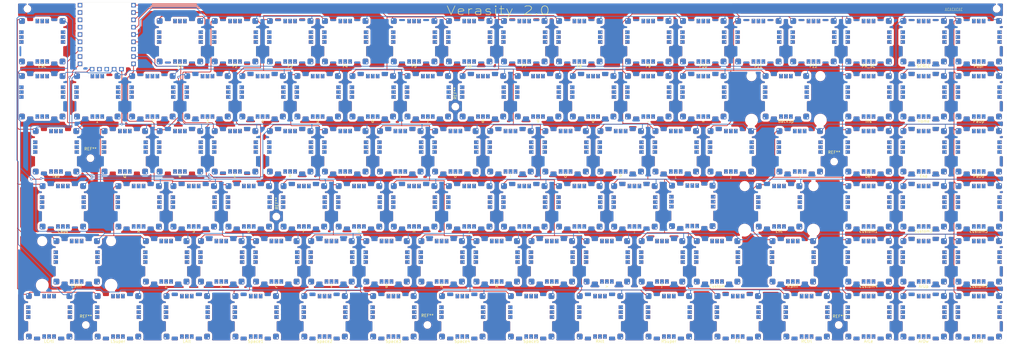
<source format=kicad_pcb>
(kicad_pcb (version 20221018) (generator pcbnew)
  (layers (0 "F.Cu" signal) (31 "B.Cu" signal) (34 "B.Paste" user) (35 "F.Paste" user) (36 "B.SilkS" user "B.Silkscreen") (37 "F.SilkS" user "F.Silkscreen") (38 "B.Mask" user) (39 "F.Mask" user) (44 "Edge.Cuts" user))
  (net 0 "")
  (net 1 "COL8")
  (net 2 "COL7")
  (net 3 "COL6")
  (net 4 "COL5")
  (net 5 "COL4")
  (net 6 "COL3")
  (net 7 "COL2")
  (net 8 "COL1")
  (net 9 "ROW3")
  (net 10 "ROW2")
  (net 11 "ROW1")
  (net 12 "ROW5")
  (net 13 "ROW4")
  (net 78 "ROW6")
  (footprint "socket_multi_mechanical_keyboard:inverse_socket_MX_hotswap" (layer "F.Cu") (at 83.34375 -95.25)
    (fp_text reference "U6" hide)
    (fp_text value "F3")
    (fp_line (start -7.25 -7) (end -7.25 7) (stroke (width 0.01)) (layer "Edge.Cuts"))
    (fp_line (start -7.25 7) (end 7.25 7) (stroke (width 0.01)) (layer "Edge.Cuts"))
    (fp_line (start 7.25 -7) (end -7.25 -7) (stroke (width 0.01)) (layer "Edge.Cuts"))
    (fp_line (start 7.25 7) (end 7.25 -7) (stroke (width 0.01)) (layer "Edge.Cuts"))
  )
  (footprint "socket_multi_mechanical_keyboard:inverse_socket_MX_hotswap" (layer "F.Cu") (at 92.86875 -76.2)
    (fp_text reference "U24" hide)
    (fp_text value "5")
    (fp_line (start -7.25 -7) (end -7.25 7) (stroke (width 0.01)) (layer "Edge.Cuts"))
    (fp_line (start -7.25 7) (end 7.25 7) (stroke (width 0.01)) (layer "Edge.Cuts"))
    (fp_line (start 7.25 -7) (end -7.25 -7) (stroke (width 0.01)) (layer "Edge.Cuts"))
    (fp_line (start 7.25 7) (end 7.25 -7) (stroke (width 0.01)) (layer "Edge.Cuts"))
  )
  (footprint "socket_multi_mechanical_keyboard:inverse_socket_MX_hotswap" (layer "F.Cu") (at 202.40625 -38.1)
    (fp_text reference "U63" hide)
    (fp_text value ";")
    (fp_line (start -7.25 -7) (end -7.25 7) (stroke (width 0.01)) (layer "Edge.Cuts"))
    (fp_line (start -7.25 7) (end 7.25 7) (stroke (width 0.01)) (layer "Edge.Cuts"))
    (fp_line (start 7.25 -7) (end -7.25 -7) (stroke (width 0.01)) (layer "Edge.Cuts"))
    (fp_line (start 7.25 7) (end 7.25 -7) (stroke (width 0.01)) (layer "Edge.Cuts"))
  )
  (footprint "socket_multi_mechanical_keyboard:inverse_socket_MX_hotswap" (layer "F.Cu") (at 302.41875 -19.05)
    (fp_text reference "U79" hide)
    (fp_text value "ArUp")
    (fp_line (start -7.25 -7) (end -7.25 7) (stroke (width 0.01)) (layer "Edge.Cuts"))
    (fp_line (start -7.25 7) (end 7.25 7) (stroke (width 0.01)) (layer "Edge.Cuts"))
    (fp_line (start 7.25 -7) (end -7.25 -7) (stroke (width 0.01)) (layer "Edge.Cuts"))
    (fp_line (start 7.25 7) (end 7.25 -7) (stroke (width 0.01)) (layer "Edge.Cuts"))
  )
  (footprint "socket_multi_mechanical_keyboard:inverse_socket_MX_hotswap" (layer "F.Cu") (at 211.93125 -19.05)
    (fp_text reference "U76" hide)
    (fp_text value "?")
    (fp_line (start -7.25 -7) (end -7.25 7) (stroke (width 0.01)) (layer "Edge.Cuts"))
    (fp_line (start -7.25 7) (end 7.25 7) (stroke (width 0.01)) (layer "Edge.Cuts"))
    (fp_line (start 7.25 -7) (end -7.25 -7) (stroke (width 0.01)) (layer "Edge.Cuts"))
    (fp_line (start 7.25 7) (end 7.25 -7) (stroke (width 0.01)) (layer "Edge.Cuts"))
  )
  (footprint "socket_multi_mechanical_keyboard:inverse_socket_MX_hotswap" (layer "F.Cu") (at 47.625 0)
    (fp_text reference "U82" hide)
    (fp_text value "LAlt")
    (fp_line (start -7.25 -7) (end -7.25 7) (stroke (width 0.01)) (layer "Edge.Cuts"))
    (fp_line (start -7.25 7) (end 7.25 7) (stroke (width 0.01)) (layer "Edge.Cuts"))
    (fp_line (start 7.25 -7) (end -7.25 -7) (stroke (width 0.01)) (layer "Edge.Cuts"))
    (fp_line (start 7.25 7) (end 7.25 -7) (stroke (width 0.01)) (layer "Edge.Cuts"))
  )
  (footprint "socket_multi_mechanical_keyboard:inverse_socket_MX_hotswap" (layer "F.Cu") (at 159.54375 -57.15)
    (fp_text reference "U44" hide)
    (fp_text value "I")
    (fp_line (start -7.25 -7) (end -7.25 7) (stroke (width 0.01)) (layer "Edge.Cuts"))
    (fp_line (start -7.25 7) (end 7.25 7) (stroke (width 0.01)) (layer "Edge.Cuts"))
    (fp_line (start 7.25 -7) (end -7.25 -7) (stroke (width 0.01)) (layer "Edge.Cuts"))
    (fp_line (start 7.25 7) (end 7.25 -7) (stroke (width 0.01)) (layer "Edge.Cuts"))
  )
  (footprint "socket_multi_mechanical_keyboard:inverse_socket_MX_hotswap" (layer "F.Cu") (at 214.3125 0)
    (fp_text reference "U90" hide)
    (fp_text value "RSuper")
    (fp_line (start -7.25 -7) (end -7.25 7) (stroke (width 0.01)) (layer "Edge.Cuts"))
    (fp_line (start -7.25 7) (end 7.25 7) (stroke (width 0.01)) (layer "Edge.Cuts"))
    (fp_line (start 7.25 -7) (end -7.25 -7) (stroke (width 0.01)) (layer "Edge.Cuts"))
    (fp_line (start 7.25 7) (end 7.25 -7) (stroke (width 0.01)) (layer "Edge.Cuts"))
  )
  (footprint "socket_multi_mechanical_keyboard:Stabilizer_MX_2u" (layer "F.Cu") (at 9.525 -19.05)
    (fp_text reference "REF**" hide)
    (fp_text value "Stabilizer_MX_2u" hide)
  )
  (footprint "socket_multi_mechanical_keyboard:inverse_socket_MX_hotswap" (layer "F.Cu") (at 264.31875 -95.25)
    (fp_text reference "U15" hide)
    (fp_text value "F12")
    (fp_line (start -7.25 -7) (end -7.25 7) (stroke (width 0.01)) (layer "Edge.Cuts"))
    (fp_line (start -7.25 7) (end 7.25 7) (stroke (width 0.01)) (layer "Edge.Cuts"))
    (fp_line (start 7.25 -7) (end -7.25 -7) (stroke (width 0.01)) (layer "Edge.Cuts"))
    (fp_line (start 7.25 7) (end 7.25 -7) (stroke (width 0.01)) (layer "Edge.Cuts"))
  )
  (footprint "socket_multi_mechanical_keyboard:inverse_socket_MX_hotswap" (layer "F.Cu") (at -2.38125 -76.2)
    (fp_text reference "U19" hide)
    (fp_text value "`")
    (fp_line (start -7.25 -7) (end -7.25 7) (stroke (width 0.01)) (layer "Edge.Cuts"))
    (fp_line (start -7.25 7) (end 7.25 7) (stroke (width 0.01)) (layer "Edge.Cuts"))
    (fp_line (start 7.25 -7) (end -7.25 -7) (stroke (width 0.01)) (layer "Edge.Cuts"))
    (fp_line (start 7.25 7) (end 7.25 -7) (stroke (width 0.01)) (layer "Edge.Cuts"))
  )
  (footprint "socket_multi_mechanical_keyboard:inverse_socket_MX_hotswap" (layer "F.Cu") (at 302.41875 -76.2)
    (fp_text reference "U34" hide)
    (fp_text value "Home")
    (fp_line (start -7.25 -7) (end -7.25 7) (stroke (width 0.01)) (layer "Edge.Cuts"))
    (fp_line (start -7.25 7) (end 7.25 7) (stroke (width 0.01)) (layer "Edge.Cuts"))
    (fp_line (start 7.25 -7) (end -7.25 -7) (stroke (width 0.01)) (layer "Edge.Cuts"))
    (fp_line (start 7.25 7) (end 7.25 -7) (stroke (width 0.01)) (layer "Edge.Cuts"))
  )
  (footprint "socket_multi_mechanical_keyboard:inverse_socket_MX_hotswap" (layer "F.Cu") (at 252.4125 -38.1)
    (fp_text reference "U65" hide)
    (fp_text value "Ent")
    (fp_line (start -7.25 -7) (end -7.25 7) (stroke (width 0.01)) (layer "Edge.Cuts"))
    (fp_line (start -7.25 7) (end 7.25 7) (stroke (width 0.01)) (layer "Edge.Cuts"))
    (fp_line (start 7.25 -7) (end -7.25 -7) (stroke (width 0.01)) (layer "Edge.Cuts"))
    (fp_line (start 7.25 7) (end 7.25 -7) (stroke (width 0.01)) (layer "Edge.Cuts"))
  )
  (footprint "socket_multi_mechanical_keyboard:inverse_socket_MX_hotswap" (layer "F.Cu") (at 183.35625 -95.25)
    (fp_text reference "U11" hide)
    (fp_text value "F8")
    (fp_line (start -7.25 -7) (end -7.25 7) (stroke (width 0.01)) (layer "Edge.Cuts"))
    (fp_line (start -7.25 7) (end 7.25 7) (stroke (width 0.01)) (layer "Edge.Cuts"))
    (fp_line (start 7.25 -7) (end -7.25 -7) (stroke (width 0.01)) (layer "Edge.Cuts"))
    (fp_line (start 7.25 7) (end 7.25 -7) (stroke (width 0.01)) (layer "Edge.Cuts"))
  )
  (footprint "socket_multi_mechanical_keyboard:inverse_socket_MX_hotswap" (layer "F.Cu") (at 238.125 0)
    (fp_text reference "U91" hide)
    (fp_text value "Fn")
    (fp_line (start -7.25 -7) (end -7.25 7) (stroke (width 0.01)) (layer "Edge.Cuts"))
    (fp_line (start -7.25 7) (end 7.25 7) (stroke (width 0.01)) (layer "Edge.Cuts"))
    (fp_line (start 7.25 -7) (end -7.25 -7) (stroke (width 0.01)) (layer "Edge.Cuts"))
    (fp_line (start 7.25 7) (end 7.25 -7) (stroke (width 0.01)) (layer "Edge.Cuts"))
  )
  (footprint "socket_multi_mechanical_keyboard:inverse_socket_MX_hotswap" (layer "F.Cu") (at 64.29375 -57.15)
    (fp_text reference "U39" hide)
    (fp_text value "E")
    (fp_line (start -7.25 -7) (end -7.25 7) (stroke (width 0.01)) (layer "Edge.Cuts"))
    (fp_line (start -7.25 7) (end 7.25 7) (stroke (width 0.01)) (layer "Edge.Cuts"))
    (fp_line (start 7.25 -7) (end -7.25 -7) (stroke (width 0.01)) (layer "Edge.Cuts"))
    (fp_line (start 7.25 7) (end 7.25 -7) (stroke (width 0.01)) (layer "Edge.Cuts"))
  )
  (footprint "MountingHole:MountingHole_2.2mm_M2" (layer "F.Cu") (at 273.05 3)
    (fp_text reference "REF**")
    (fp_text value "MountingHole_2.2mm_M2")
  )
  (footprint "socket_multi_mechanical_keyboard:inverse_socket_MX_hotswap" (layer "F.Cu") (at 261.9375 0)
    (fp_text reference "U92" hide)
    (fp_text value "RCtrl")
    (fp_line (start -7.25 -7) (end -7.25 7) (stroke (width 0.01)) (layer "Edge.Cuts"))
    (fp_line (start -7.25 7) (end 7.25 7) (stroke (width 0.01)) (layer "Edge.Cuts"))
    (fp_line (start 7.25 -7) (end -7.25 -7) (stroke (width 0.01)) (layer "Edge.Cuts"))
    (fp_line (start 7.25 7) (end 7.25 -7) (stroke (width 0.01)) (layer "Edge.Cuts"))
  )
  (footprint "socket_multi_mechanical_keyboard:inverse_socket_MX_hotswap" (layer "F.Cu") (at 54.76875 -76.2)
    (fp_text reference "U22" hide)
    (fp_text value "3")
    (fp_line (start -7.25 -7) (end -7.25 7) (stroke (width 0.01)) (layer "Edge.Cuts"))
    (fp_line (start -7.25 7) (end 7.25 7) (stroke (width 0.01)) (layer "Edge.Cuts"))
    (fp_line (start 7.25 -7) (end -7.25 -7) (stroke (width 0.01)) (layer "Edge.Cuts"))
    (fp_line (start 7.25 7) (end 7.25 -7) (stroke (width 0.01)) (layer "Edge.Cuts"))
  )
  (footprint "socket_multi_mechanical_keyboard:inverse_socket_MX_hotswap" (layer "F.Cu") (at 50.00625 -38.1)
    (fp_text reference "U55" hide)
    (fp_text value "S")
    (fp_line (start -7.25 -7) (end -7.25 7) (stroke (width 0.01)) (layer "Edge.Cuts"))
    (fp_line (start -7.25 7) (end 7.25 7) (stroke (width 0.01)) (layer "Edge.Cuts"))
    (fp_line (start 7.25 -7) (end -7.25 -7) (stroke (width 0.01)) (layer "Edge.Cuts"))
    (fp_line (start 7.25 7) (end 7.25 -7) (stroke (width 0.01)) (layer "Edge.Cuts"))
  )
  (footprint "socket_multi_mechanical_keyboard:inverse_socket_MX_hotswap" (layer "F.Cu") (at 102.39375 -95.25)
    (fp_text reference "U7" hide)
    (fp_text value "F4")
    (fp_line (start -7.25 -7) (end -7.25 7) (stroke (width 0.01)) (layer "Edge.Cuts"))
    (fp_line (start -7.25 7) (end 7.25 7) (stroke (width 0.01)) (layer "Edge.Cuts"))
    (fp_line (start 7.25 -7) (end -7.25 -7) (stroke (width 0.01)) (layer "Edge.Cuts"))
    (fp_line (start 7.25 7) (end 7.25 -7) (stroke (width 0.01)) (layer "Edge.Cuts"))
  )
  (footprint "socket_multi_mechanical_keyboard:inverse_socket_MX_hotswap" (layer "F.Cu") (at 226.21875 -76.2)
    (fp_text reference "U31" hide)
    (fp_text value "=")
    (fp_line (start -7.25 -7) (end -7.25 7) (stroke (width 0.01)) (layer "Edge.Cuts"))
    (fp_line (start -7.25 7) (end 7.25 7) (stroke (width 0.01)) (layer "Edge.Cuts"))
    (fp_line (start 7.25 -7) (end -7.25 -7) (stroke (width 0.01)) (layer "Edge.Cuts"))
    (fp_line (start 7.25 7) (end 7.25 -7) (stroke (width 0.01)) (layer "Edge.Cuts"))
  )
  (footprint "socket_multi_mechanical_keyboard:inverse_socket_MX_hotswap" (layer "F.Cu") (at 207.16875 -95.25)
    (fp_text reference "U12" hide)
    (fp_text value "F9")
    (fp_line (start -7.25 -7) (end -7.25 7) (stroke (width 0.01)) (layer "Edge.Cuts"))
    (fp_line (start -7.25 7) (end 7.25 7) (stroke (width 0.01)) (layer "Edge.Cuts"))
    (fp_line (start 7.25 -7) (end -7.25 -7) (stroke (width 0.01)) (layer "Edge.Cuts"))
    (fp_line (start 7.25 7) (end 7.25 -7) (stroke (width 0.01)) (layer "Edge.Cuts"))
  )
  (footprint "socket_multi_mechanical_keyboard:inverse_socket_MX_hotswap" (layer "F.Cu") (at 283.36875 -76.2)
    (fp_text reference "U33" hide)
    (fp_text value "Ins")
    (fp_line (start -7.25 -7) (end -7.25 7) (stroke (width 0.01)) (layer "Edge.Cuts"))
    (fp_line (start -7.25 7) (end 7.25 7) (stroke (width 0.01)) (layer "Edge.Cuts"))
    (fp_line (start 7.25 -7) (end -7.25 -7) (stroke (width 0.01)) (layer "Edge.Cuts"))
    (fp_line (start 7.25 7) (end 7.25 -7) (stroke (width 0.01)) (layer "Edge.Cuts"))
  )
  (footprint "socket_multi_mechanical_keyboard:inverse_socket_MX_hotswap" (layer "F.Cu") (at 142.875 0)
    (fp_text reference "U86" hide)
    (fp_text value "Space4")
    (fp_line (start -7.25 -7) (end -7.25 7) (stroke (width 0.01)) (layer "Edge.Cuts"))
    (fp_line (start -7.25 7) (end 7.25 7) (stroke (width 0.01)) (layer "Edge.Cuts"))
    (fp_line (start 7.25 -7) (end -7.25 -7) (stroke (width 0.01)) (layer "Edge.Cuts"))
    (fp_line (start 7.25 7) (end 7.25 -7) (stroke (width 0.01)) (layer "Edge.Cuts"))
  )
  (footprint "socket_multi_mechanical_keyboard:inverse_socket_MX_hotswap" (layer "F.Cu") (at 235.74375 -57.15)
    (fp_text reference "U48" hide)
    (fp_text value "]")
    (fp_line (start -7.25 -7) (end -7.25 7) (stroke (width 0.01)) (layer "Edge.Cuts"))
    (fp_line (start -7.25 7) (end 7.25 7) (stroke (width 0.01)) (layer "Edge.Cuts"))
    (fp_line (start 7.25 -7) (end -7.25 -7) (stroke (width 0.01)) (layer "Edge.Cuts"))
    (fp_line (start 7.25 7) (end 7.25 -7) (stroke (width 0.01)) (layer "Edge.Cuts"))
  )
  (footprint "socket_multi_mechanical_keyboard:inverse_socket_MX_hotswap" (layer "F.Cu") (at 0 0)
    (fp_text reference "U80" hide)
    (fp_text value "LCrtl")
    (fp_line (start -7.25 -7) (end -7.25 7) (stroke (width 0.01)) (layer "Edge.Cuts"))
    (fp_line (start -7.25 7) (end 7.25 7) (stroke (width 0.01)) (layer "Edge.Cuts"))
    (fp_line (start 7.25 -7) (end -7.25 -7) (stroke (width 0.01)) (layer "Edge.Cuts"))
    (fp_line (start 7.25 7) (end 7.25 -7) (stroke (width 0.01)) (layer "Edge.Cuts"))
  )
  (footprint "MountingHole:MountingHole_2.2mm_M2" (layer "F.Cu") (at 327.66 -106.5)
    (fp_text reference "REF**" hide)
    (fp_text value "MountingHole_2.2mm_M2")
  )
  (footprint "socket_multi_mechanical_keyboard:inverse_socket_MX_hotswap" (layer "F.Cu") (at 321.46875 -19.05)
    (fp_text reference "U98" hide)
    (fp_text value "custom5")
    (fp_line (start -7.25 -7) (end -7.25 7) (stroke (width 0.01)) (layer "Edge.Cuts"))
    (fp_line (start -7.25 7) (end 7.25 7) (stroke (width 0.01)) (layer "Edge.Cuts"))
    (fp_line (start 7.25 -7) (end -7.25 -7) (stroke (width 0.01)) (layer "Edge.Cuts"))
    (fp_line (start 7.25 7) (end 7.25 -7) (stroke (width 0.01)) (layer "Edge.Cuts"))
  )
  (footprint "socket_multi_mechanical_keyboard:inverse_socket_MX_hotswap" (layer "F.Cu") (at 259.55625 -57.15)
    (fp_text reference "U49" hide)
    (fp_text value "\\")
    (fp_line (start -7.25 -7) (end -7.25 7) (stroke (width 0.01)) (layer "Edge.Cuts"))
    (fp_line (start -7.25 7) (end 7.25 7) (stroke (width 0.01)) (layer "Edge.Cuts"))
    (fp_line (start 7.25 -7) (end -7.25 -7) (stroke (width 0.01)) (layer "Edge.Cuts"))
    (fp_line (start 7.25 7) (end 7.25 -7) (stroke (width 0.01)) (layer "Edge.Cuts"))
  )
  (footprint "socket_multi_mechanical_keyboard:inverse_socket_MX_hotswap" (layer "F.Cu") (at 78.58125 -19.05)
    (fp_text reference "U69" hide)
    (fp_text value "C")
    (fp_line (start -7.25 -7) (end -7.25 7) (stroke (width 0.01)) (layer "Edge.Cuts"))
    (fp_line (start -7.25 7) (end 7.25 7) (stroke (width 0.01)) (layer "Edge.Cuts"))
    (fp_line (start 7.25 -7) (end -7.25 -7) (stroke (width 0.01)) (layer "Edge.Cuts"))
    (fp_line (start 7.25 7) (end 7.25 -7) (stroke (width 0.01)) (layer "Edge.Cuts"))
  )
  (footprint "MountingHole:MountingHole_2.2mm_M2" (layer "F.Cu") (at 271.4625 -53.578125)
    (fp_text reference "REF**")
    (fp_text value "MountingHole_2.2mm_M2")
  )
  (footprint "socket_multi_mechanical_keyboard:inverse_socket_MX_hotswap" (layer "F.Cu") (at 59.53125 -19.05)
    (fp_text reference "U68" hide)
    (fp_text value "X")
    (fp_line (start -7.25 -7) (end -7.25 7) (stroke (width 0.01)) (layer "Edge.Cuts"))
    (fp_line (start -7.25 7) (end 7.25 7) (stroke (width 0.01)) (layer "Edge.Cuts"))
    (fp_line (start 7.25 -7) (end -7.25 -7) (stroke (width 0.01)) (layer "Edge.Cuts"))
    (fp_line (start 7.25 7) (end 7.25 -7) (stroke (width 0.01)) (layer "Edge.Cuts"))
  )
  (footprint "socket_multi_mechanical_keyboard:inverse_socket_MX_hotswap" (layer "F.Cu") (at 130.96875 -76.2)
    (fp_text reference "U26" hide)
    (fp_text value "7")
    (fp_line (start -7.25 -7) (end -7.25 7) (stroke (width 0.01)) (layer "Edge.Cuts"))
    (fp_line (start -7.25 7) (end 7.25 7) (stroke (width 0.01)) (layer "Edge.Cuts"))
    (fp_line (start 7.25 -7) (end -7.25 -7) (stroke (width 0.01)) (layer "Edge.Cuts"))
    (fp_line (start 7.25 7) (end 7.25 -7) (stroke (width 0.01)) (layer "Edge.Cuts"))
  )
  (footprint "socket_multi_mechanical_keyboard:inverse_socket_MX_hotswap" (layer "F.Cu") (at 192.88125 -19.05)
    (fp_text reference "U75" hide)
    (fp_text value ">")
    (fp_line (start -7.25 -7) (end -7.25 7) (stroke (width 0.01)) (layer "Edge.Cuts"))
    (fp_line (start -7.25 7) (end 7.25 7) (stroke (width 0.01)) (layer "Edge.Cuts"))
    (fp_line (start 7.25 -7) (end -7.25 -7) (stroke (width 0.01)) (layer "Edge.Cuts"))
    (fp_line (start 7.25 7) (end 7.25 -7) (stroke (width 0.01)) (layer "Edge.Cuts"))
  )
  (footprint "socket_multi_mechanical_keyboard:inverse_socket_MX_hotswap" (layer "F.Cu") (at 164.30625 -38.1)
    (fp_text reference "U61" hide)
    (fp_text value "K")
    (fp_line (start -7.25 -7) (end -7.25 7) (stroke (width 0.01)) (layer "Edge.Cuts"))
    (fp_line (start -7.25 7) (end 7.25 7) (stroke (width 0.01)) (layer "Edge.Cuts"))
    (fp_line (start 7.25 -7) (end -7.25 -7) (stroke (width 0.01)) (layer "Edge.Cuts"))
    (fp_line (start 7.25 7) (end 7.25 -7) (stroke (width 0.01)) (layer "Edge.Cuts"))
  )
  (footprint "socket_multi_mechanical_keyboard:inverse_socket_MX_hotswap" (layer "F.Cu") (at 35.71875 -76.2)
    (fp_text reference "U21" hide)
    (fp_text value "2")
    (fp_line (start -7.25 -7) (end -7.25 7) (stroke (width 0.01)) (layer "Edge.Cuts"))
    (fp_line (start -7.25 7) (end 7.25 7) (stroke (width 0.01)) (layer "Edge.Cuts"))
    (fp_line (start 7.25 -7) (end -7.25 -7) (stroke (width 0.01)) (layer "Edge.Cuts"))
    (fp_line (start 7.25 7) (end 7.25 -7) (stroke (width 0.01)) (layer "Edge.Cuts"))
  )
  (footprint "socket_multi_mechanical_keyboard:inverse_socket_MX_hotswap" (layer "F.Cu") (at 283.36875 -57.15)
    (fp_text reference "U50" hide)
    (fp_text value "Del")
    (fp_line (start -7.25 -7) (end -7.25 7) (stroke (width 0.01)) (layer "Edge.Cuts"))
    (fp_line (start -7.25 7) (end 7.25 7) (stroke (width 0.01)) (layer "Edge.Cuts"))
    (fp_line (start 7.25 -7) (end -7.25 -7) (stroke (width 0.01)) (layer "Edge.Cuts"))
    (fp_line (start 7.25 7) (end 7.25 -7) (stroke (width 0.01)) (layer "Edge.Cuts"))
  )
  (footprint "socket_multi_mechanical_keyboard:inverse_socket_MX_hotswap" (layer "F.Cu") (at 178.59375 -57.15)
    (fp_text reference "U45" hide)
    (fp_text value "O")
    (fp_line (start -7.25 -7) (end -7.25 7) (stroke (width 0.01)) (layer "Edge.Cuts"))
    (fp_line (start -7.25 7) (end 7.25 7) (stroke (width 0.01)) (layer "Edge.Cuts"))
    (fp_line (start 7.25 -7) (end -7.25 -7) (stroke (width 0.01)) (layer "Edge.Cuts"))
    (fp_line (start 7.25 7) (end 7.25 -7) (stroke (width 0.01)) (layer "Edge.Cuts"))
  )
  (footprint "socket_multi_mechanical_keyboard:inverse_socket_MX_hotswap" (layer "F.Cu") (at 102.39375 -57.15)
    (fp_text reference "U41" hide)
    (fp_text value "T")
    (fp_line (start -7.25 -7) (end -7.25 7) (stroke (width 0.01)) (layer "Edge.Cuts"))
    (fp_line (start -7.25 7) (end 7.25 7) (stroke (width 0.01)) (layer "Edge.Cuts"))
    (fp_line (start 7.25 -7) (end -7.25 -7) (stroke (width 0.01)) (layer "Edge.Cuts"))
    (fp_line (start 7.25 7) (end 7.25 -7) (stroke (width 0.01)) (layer "Edge.Cuts"))
  )
  (footprint "socket_multi_mechanical_keyboard:inverse_socket_MX_hotswap" (layer "F.Cu") (at 4.7625 -38.1)
    (fp_text reference "U53" hide)
    (fp_text value "Caps")
    (fp_line (start -7.25 -7) (end -7.25 7) (stroke (width 0.01)) (layer "Edge.Cuts"))
    (fp_line (start -7.25 7) (end 7.25 7) (stroke (width 0.01)) (layer "Edge.Cuts"))
    (fp_line (start 7.25 -7) (end -7.25 -7) (stroke (width 0.01)) (layer "Edge.Cuts"))
    (fp_line (start 7.25 7) (end 7.25 -7) (stroke (width 0.01)) (layer "Edge.Cuts"))
  )
  (footprint "MountingHole:MountingHole_2.2mm_M2" (layer "F.Cu") (at -7.5 -106.5)
    (fp_text reference "REF**" hide)
    (fp_text value "MountingHole_2.2mm_M2")
  )
  (footprint "socket_multi_mechanical_keyboard:inverse_socket_MX_hotswap" (layer "F.Cu") (at 150.01875 -76.2)
    (fp_text reference "U27" hide)
    (fp_text value "8")
    (fp_line (start -7.25 -7) (end -7.25 7) (stroke (width 0.01)) (layer "Edge.Cuts"))
    (fp_line (start -7.25 7) (end 7.25 7) (stroke (width 0.01)) (layer "Edge.Cuts"))
    (fp_line (start 7.25 -7) (end -7.25 -7) (stroke (width 0.01)) (layer "Edge.Cuts"))
    (fp_line (start 7.25 7) (end 7.25 -7) (stroke (width 0.01)) (layer "Edge.Cuts"))
  )
  (footprint "socket_multi_mechanical_keyboard:inverse_socket_MX_hotswap" (layer "F.Cu") (at 73.81875 -76.2)
    (fp_text reference "U23" hide)
    (fp_text value "4")
    (fp_line (start -7.25 -7) (end -7.25 7) (stroke (width 0.01)) (layer "Edge.Cuts"))
    (fp_line (start -7.25 7) (end 7.25 7) (stroke (width 0.01)) (layer "Edge.Cuts"))
    (fp_line (start 7.25 -7) (end -7.25 -7) (stroke (width 0.01)) (layer "Edge.Cuts"))
    (fp_line (start 7.25 7) (end 7.25 -7) (stroke (width 0.01)) (layer "Edge.Cuts"))
  )
  (footprint "socket_multi_mechanical_keyboard:inverse_socket_MX_hotswap" (layer "F.Cu") (at 321.46875 -76.2)
    (fp_text reference "U35" hide)
    (fp_text value "PaUp")
    (fp_line (start -7.25 -7) (end -7.25 7) (stroke (width 0.01)) (layer "Edge.Cuts"))
    (fp_line (start -7.25 7) (end 7.25 7) (stroke (width 0.01)) (layer "Edge.Cuts"))
    (fp_line (start 7.25 -7) (end -7.25 -7) (stroke (width 0.01)) (layer "Edge.Cuts"))
    (fp_line (start 7.25 7) (end 7.25 -7) (stroke (width 0.01)) (layer "Edge.Cuts"))
  )
  (footprint "MountingHole:MountingHole_2.2mm_M2" (layer "F.Cu") (at 12.7 3)
    (fp_text reference "REF**")
    (fp_text value "MountingHole_2.2mm_M2")
  )
  (footprint "socket_multi_mechanical_keyboard:inverse_socket_MX_hotswap" (layer "F.Cu") (at 166.6875 0)
    (fp_text reference "U87" hide)
    (fp_text value "Space5")
    (fp_line (start -7.25 -7) (end -7.25 7) (stroke (width 0.01)) (layer "Edge.Cuts"))
    (fp_line (start -7.25 7) (end 7.25 7) (stroke (width 0.01)) (layer "Edge.Cuts"))
    (fp_line (start 7.25 -7) (end -7.25 -7) (stroke (width 0.01)) (layer "Edge.Cuts"))
    (fp_line (start 7.25 7) (end 7.25 -7) (stroke (width 0.01)) (layer "Edge.Cuts"))
  )
  (footprint "socket_multi_mechanical_keyboard:inverse_socket_MX_hotswap" (layer "F.Cu") (at 45.24375 -95.25)
    (fp_text reference "U4" hide)
    (fp_text value "F1")
    (fp_line (start -7.25 -7) (end -7.25 7) (stroke (width 0.01)) (layer "Edge.Cuts"))
    (fp_line (start -7.25 7) (end 7.25 7) (stroke (width 0.01)) (layer "Edge.Cuts"))
    (fp_line (start 7.25 -7) (end -7.25 -7) (stroke (width 0.01)) (layer "Edge.Cuts"))
    (fp_line (start 7.25 7) (end 7.25 -7) (stroke (width 0.01)) (layer "Edge.Cuts"))
  )
  (footprint "socket_multi_mechanical_keyboard:inverse_socket_MX_hotswap" (layer "F.Cu") (at 145.25625 -38.1)
    (fp_text reference "U60" hide)
    (fp_text value "J")
    (fp_line (start -7.25 -7) (end -7.25 7) (stroke (width 0.01)) (layer "Edge.Cuts"))
    (fp_line (start -7.25 7) (end 7.25 7) (stroke (width 0.01)) (layer "Edge.Cuts"))
    (fp_line (start 7.25 -7) (end -7.25 -7) (stroke (width 0.01)) (layer "Edge.Cuts"))
    (fp_line (start 7.25 7) (end 7.25 -7) (stroke (width 0.01)) (layer "Edge.Cuts"))
  )
  (footprint "MountingHole:MountingHole_2.2mm_M2" (layer "F.Cu") (at 140.49375 -72.628125)
    (fp_text reference "REF**")
    (fp_text value "MountingHole_2.2mm_M2")
  )
  (footprint "socket_multi_mechanical_keyboard:inverse_socket_MX_hotswap" (layer "F.Cu") (at 283.36875 -95.25)
    (fp_text reference "U16" hide)
    (fp_text value "PR_SC")
    (fp_line (start -7.25 -7) (end -7.25 7) (stroke (width 0.01)) (layer "Edge.Cuts"))
    (fp_line (start -7.25 7) (end 7.25 7) (stroke (width 0.01)) (layer "Edge.Cuts"))
    (fp_line (start 7.25 -7) (end -7.25 -7) (stroke (width 0.01)) (layer "Edge.Cuts"))
    (fp_line (start 7.25 7) (end 7.25 -7) (stroke (width 0.01)) (layer "Edge.Cuts"))
  )
  (footprint "socket_multi_mechanical_keyboard:inverse_socket_MX_hotswap" (layer "F.Cu") (at 107.15625 -38.1)
    (fp_text reference "U58" hide)
    (fp_text value "G")
    (fp_line (start -7.25 -7) (end -7.25 7) (stroke (width 0.01)) (layer "Edge.Cuts"))
    (fp_line (start -7.25 7) (end 7.25 7) (stroke (width 0.01)) (layer "Edge.Cuts"))
    (fp_line (start 7.25 -7) (end -7.25 -7) (stroke (width 0.01)) (layer "Edge.Cuts"))
    (fp_line (start 7.25 7) (end 7.25 -7) (stroke (width 0.01)) (layer "Edge.Cuts"))
  )
  (footprint "socket_multi_mechanical_keyboard:inverse_socket_MX_hotswap" (layer "F.Cu") (at 197.64375 -57.15)
    (fp_text reference "U46" hide)
    (fp_text value "P")
    (fp_line (start -7.25 -7) (end -7.25 7) (stroke (width 0.01)) (layer "Edge.Cuts"))
    (fp_line (start -7.25 7) (end 7.25 7) (stroke (width 0.01)) (layer "Edge.Cuts"))
    (fp_line (start 7.25 -7) (end -7.25 -7) (stroke (width 0.01)) (layer "Edge.Cuts"))
    (fp_line (start 7.25 7) (end 7.25 -7) (stroke (width 0.01)) (layer "Edge.Cuts"))
  )
  (footprint "socket_multi_mechanical_keyboard:inverse_socket_MX_hotswap" (layer "F.Cu") (at 2.38125 -57.15)
    (fp_text reference "U36" hide)
    (fp_text value "Tab")
    (fp_line (start -7.25 -7) (end -7.25 7) (stroke (width 0.01)) (layer "Edge.Cuts"))
    (fp_line (start -7.25 7) (end 7.25 7) (stroke (width 0.01)) (layer "Edge.Cuts"))
    (fp_line (start 7.25 -7) (end -7.25 -7) (stroke (width 0.01)) (layer "Edge.Cuts"))
    (fp_line (start 7.25 7) (end 7.25 -7) (stroke (width 0.01)) (layer "Edge.Cuts"))
  )
  (footprint "socket_multi_mechanical_keyboard:inverse_socket_MX_hotswap" (layer "F.Cu") (at 302.41875 0)
    (fp_text reference "U94" hide)
    (fp_text value "ArDw")
    (fp_line (start -7.25 -7) (end -7.25 7) (stroke (width 0.01)) (layer "Edge.Cuts"))
    (fp_line (start -7.25 7) (end 7.25 7) (stroke (width 0.01)) (layer "Edge.Cuts"))
    (fp_line (start 7.25 -7) (end -7.25 -7) (stroke (width 0.01)) (layer "Edge.Cuts"))
    (fp_line (start 7.25 7) (end 7.25 -7) (stroke (width 0.01)) (layer "Edge.Cuts"))
  )
  (footprint "socket_multi_mechanical_keyboard:inverse_socket_MX_hotswap" (layer "F.Cu") (at 83.34375 -57.15)
    (fp_text reference "U40" hide)
    (fp_text value "R")
    (fp_line (start -7.25 -7) (end -7.25 7) (stroke (width 0.01)) (layer "Edge.Cuts"))
    (fp_line (start -7.25 7) (end 7.25 7) (stroke (width 0.01)) (layer "Edge.Cuts"))
    (fp_line (start 7.25 -7) (end -7.25 -7) (stroke (width 0.01)) (layer "Edge.Cuts"))
    (fp_line (start 7.25 7) (end 7.25 -7) (stroke (width 0.01)) (layer "Edge.Cuts"))
  )
  (footprint "socket_multi_mechanical_keyboard:inverse_socket_MX_hotswap" (layer "F.Cu") (at 283.36875 -38.1)
    (fp_text reference "U3" hide)
    (fp_text value "custom1")
    (fp_line (start -7.25 -7) (end -7.25 7) (stroke (width 0.01)) (layer "Edge.Cuts"))
    (fp_line (start -7.25 7) (end 7.25 7) (stroke (width 0.01)) (layer "Edge.Cuts"))
    (fp_line (start 7.25 -7) (end -7.25 -7) (stroke (width 0.01)) (layer "Edge.Cuts"))
    (fp_line (start 7.25 7) (end 7.25 -7) (stroke (width 0.01)) (layer "Edge.Cuts"))
  )
  (footprint "socket_multi_mechanical_keyboard:inverse_socket_MX_hotswap" (layer "F.Cu") (at 111.91875 -76.2)
    (fp_text reference "U25" hide)
    (fp_text value "6")
    (fp_line (start -7.25 -7) (end -7.25 7) (stroke (width 0.01)) (layer "Edge.Cuts"))
    (fp_line (start -7.25 7) (end 7.25 7) (stroke (width 0.01)) (layer "Edge.Cuts"))
    (fp_line (start 7.25 -7) (end -7.25 -7) (stroke (width 0.01)) (layer "Edge.Cuts"))
    (fp_line (start 7.25 7) (end 7.25 -7) (stroke (width 0.01)) (layer "Edge.Cuts"))
  )
  (footprint "socket_multi_mechanical_keyboard:inverse_socket_MX_hotswap" (layer "F.Cu") (at 140.49375 -57.15)
    (fp_text reference "U43" hide)
    (fp_text value "U")
    (fp_line (start -7.25 -7) (end -7.25 7) (stroke (width 0.01)) (layer "Edge.Cuts"))
    (fp_line (start -7.25 7) (end 7.25 7) (stroke (width 0.01)) (layer "Edge.Cuts"))
    (fp_line (start 7.25 -7) (end -7.25 -7) (stroke (width 0.01)) (layer "Edge.Cuts"))
    (fp_line (start 7.25 7) (end 7.25 -7) (stroke (width 0.01)) (layer "Edge.Cuts"))
  )
  (footprint "socket_multi_mechanical_keyboard:inverse_socket_MX_hotswap" (layer "F.Cu") (at 126.20625 -38.1)
    (fp_text reference "U59" hide)
    (fp_text value "H")
    (fp_line (start -7.25 -7) (end -7.25 7) (stroke (width 0.01)) (layer "Edge.Cuts"))
    (fp_line (start -7.25 7) (end 7.25 7) (stroke (width 0.01)) (layer "Edge.Cuts"))
    (fp_line (start 7.25 -7) (end -7.25 -7) (stroke (width 0.01)) (layer "Edge.Cuts"))
    (fp_line (start 7.25 7) (end 7.25 -7) (stroke (width 0.01)) (layer "Edge.Cuts"))
  )
  (footprint "socket_multi_mechanical_keyboard:inverse_socket_MX_hotswap" (layer "F.Cu") (at 88.10625 -38.1)
    (fp_text reference "U57" hide)
    (fp_text value "F")
    (fp_line (start -7.25 -7) (end -7.25 7) (stroke (width 0.01)) (layer "Edge.Cuts"))
    (fp_line (start -7.25 7) (end 7.25 7) (stroke (width 0.01)) (layer "Edge.Cuts"))
    (fp_line (start 7.25 -7) (end -7.25 -7) (stroke (width 0.01)) (layer "Edge.Cuts"))
    (fp_line (start 7.25 7) (end 7.25 -7) (stroke (width 0.01)) (layer "Edge.Cuts"))
  )
  (footprint "socket_multi_mechanical_keyboard:inverse_socket_MX_hotswap" (layer "F.Cu") (at 302.41875 -95.25)
    (fp_text reference "U17" hide)
    (fp_text value "SCRLC")
    (fp_line (start -7.25 -7) (end -7.25 7) (stroke (width 0.01)) (layer "Edge.Cuts"))
    (fp_line (start -7.25 7) (end 7.25 7) (stroke (width 0.01)) (layer "Edge.Cuts"))
    (fp_line (start 7.25 -7) (end -7.25 -7) (stroke (width 0.01)) (layer "Edge.Cuts"))
    (fp_line (start 7.25 7) (end 7.25 -7) (stroke (width 0.01)) (layer "Edge.Cuts"))
  )
  (footprint "socket_multi_mechanical_keyboard:inverse_socket_MX_hotswap" (layer "F.Cu") (at 71.4375 0)
    (fp_text reference "U83" hide)
    (fp_text value "Space1")
    (fp_line (start -7.25 -7) (end -7.25 7) (stroke (width 0.01)) (layer "Edge.Cuts"))
    (fp_line (start -7.25 7) (end 7.25 7) (stroke (width 0.01)) (layer "Edge.Cuts"))
    (fp_line (start 7.25 -7) (end -7.25 -7) (stroke (width 0.01)) (layer "Edge.Cuts"))
    (fp_line (start 7.25 7) (end 7.25 -7) (stroke (width 0.01)) (layer "Edge.Cuts"))
  )
  (footprint "socket_multi_mechanical_keyboard:inverse_socket_MX_hotswap" (layer "F.Cu") (at 69.05625 -38.1)
    (fp_text reference "U56" hide)
    (fp_text value "D")
    (fp_line (start -7.25 -7) (end -7.25 7) (stroke (width 0.01)) (layer "Edge.Cuts"))
    (fp_line (start -7.25 7) (end 7.25 7) (stroke (width 0.01)) (layer "Edge.Cuts"))
    (fp_line (start 7.25 -7) (end -7.25 -7) (stroke (width 0.01)) (layer "Edge.Cuts"))
    (fp_line (start 7.25 7) (end 7.25 -7) (stroke (width 0.01)) (layer "Edge.Cuts"))
  )
  (footprint "MountingHole:MountingHole_2.2mm_M2" (layer "F.Cu") (at 78.58125 -34.528125)
    (fp_text reference "REF**")
    (fp_text value "MountingHole_2.2mm_M2")
  )
  (footprint "socket_multi_mechanical_keyboard:inverse_socket_MX_hotswap" (layer "F.Cu") (at 16.66875 -76.2)
    (fp_text reference "U20" hide)
    (fp_text value "1")
    (fp_line (start -7.25 -7) (end -7.25 7) (stroke (width 0.01)) (layer "Edge.Cuts"))
    (fp_line (start -7.25 7) (end 7.25 7) (stroke (width 0.01)) (layer "Edge.Cuts"))
    (fp_line (start 7.25 -7) (end -7.25 -7) (stroke (width 0.01)) (layer "Edge.Cuts"))
    (fp_line (start 7.25 7) (end 7.25 -7) (stroke (width 0.01)) (layer "Edge.Cuts"))
  )
  (footprint "socket_multi_mechanical_keyboard:inverse_socket_MX_hotswap" (layer "F.Cu") (at 190.5 0)
    (fp_text reference "U89" hide)
    (fp_text value "RAlt")
    (fp_line (start -7.25 -7) (end -7.25 7) (stroke (width 0.01)) (layer "Edge.Cuts"))
    (fp_line (start -7.25 7) (end 7.25 7) (stroke (width 0.01)) (layer "Edge.Cuts"))
    (fp_line (start 7.25 -7) (end -7.25 -7) (stroke (width 0.01)) (layer "Edge.Cuts"))
    (fp_line (start 7.25 7) (end 7.25 -7) (stroke (width 0.01)) (layer "Edge.Cuts"))
  )
  (footprint "socket_multi_mechanical_keyboard:inverse_socket_MX_hotswap" (layer "F.Cu") (at 207.16875 -76.2)
    (fp_text reference "U30" hide)
    (fp_text value "-")
    (fp_line (start -7.25 -7) (end -7.25 7) (stroke (width 0.01)) (layer "Edge.Cuts"))
    (fp_line (start -7.25 7) (end 7.25 7) (stroke (width 0.01)) (layer "Edge.Cuts"))
    (fp_line (start 7.25 -7) (end -7.25 -7) (stroke (width 0.01)) (layer "Edge.Cuts"))
    (fp_line (start 7.25 7) (end 7.25 -7) (stroke (width 0.01)) (layer "Edge.Cuts"))
  )
  (footprint "socket_multi_mechanical_keyboard:inverse_socket_MX_hotswap" (layer "F.Cu") (at 9.525 -19.05)
    (fp_text reference "U66" hide)
    (fp_text value "LShif")
    (fp_line (start -7.25 -7) (end -7.25 7) (stroke (width 0.01)) (layer "Edge.Cuts"))
    (fp_line (start -7.25 7) (end 7.25 7) (stroke (width 0.01)) (layer "Edge.Cuts"))
    (fp_line (start 7.25 -7) (end -7.25 -7) (stroke (width 0.01)) (layer "Edge.Cuts"))
    (fp_line (start 7.25 7) (end 7.25 -7) (stroke (width 0.01)) (layer "Edge.Cuts"))
  )
  (footprint "socket_multi_mechanical_keyboard:inverse_socket_MX_hotswap" (layer "F.Cu") (at 119.0625 0)
    (fp_text reference "U85" hide)
    (fp_text value "Space3")
    (fp_line (start -7.25 -7) (end -7.25 7) (stroke (width 0.01)) (layer "Edge.Cuts"))
    (fp_line (start -7.25 7) (end 7.25 7) (stroke (width 0.01)) (layer "Edge.Cuts"))
    (fp_line (start 7.25 -7) (end -7.25 -7) (stroke (width 0.01)) (layer "Edge.Cuts"))
    (fp_line (start 7.25 7) (end 7.25 -7) (stroke (width 0.01)) (layer "Edge.Cuts"))
  )
  (footprint "socket_multi_mechanical_keyboard:inverse_socket_MX_hotswap" (layer "F.Cu") (at 254.79375 -76.2)
    (fp_text reference "U32" hide)
    (fp_text value "BackSp")
    (fp_line (start -7.25 -7) (end -7.25 7) (stroke (width 0.01)) (layer "Edge.Cuts"))
    (fp_line (start -7.25 7) (end 7.25 7) (stroke (width 0.01)) (layer "Edge.Cuts"))
    (fp_line (start 7.25 -7) (end -7.25 -7) (stroke (width 0.01)) (layer "Edge.Cuts"))
    (fp_line (start 7.25 7) (end 7.25 -7) (stroke (width 0.01)) (layer "Edge.Cuts"))
  )
  (footprint "socket_multi_mechanical_keyboard:inverse_socket_MX_hotswap" (layer "F.Cu") (at 40.48125 -19.05)
    (fp_text reference "U67" hide)
    (fp_text value "Z")
    (fp_line (start -7.25 -7) (end -7.25 7) (stroke (width 0.01)) (layer "Edge.Cuts"))
    (fp_line (start -7.25 7) (end 7.25 7) (stroke (width 0.01)) (layer "Edge.Cuts"))
    (fp_line (start 7.25 -7) (end -7.25 -7) (stroke (width 0.01)) (layer "Edge.Cuts"))
    (fp_line (start 7.25 7) (end 7.25 -7) (stroke (width 0.01)) (layer "Edge.Cuts"))
  )
  (footprint "socket_multi_mechanical_keyboard:inverse_socket_MX_hotswap" (layer "F.Cu") (at 321.46875 -95.25)
    (fp_text reference "U18" hide)
    (fp_text value "PoBr")
    (fp_line (start -7.25 -7) (end -7.25 7) (stroke (width 0.01)) (layer "Edge.Cuts"))
    (fp_line (start -7.25 7) (end 7.25 7) (stroke (width 0.01)) (layer "Edge.Cuts"))
    (fp_line (start 7.25 -7) (end -7.25 -7) (stroke (width 0.01)) (layer "Edge.Cuts"))
    (fp_line (start 7.25 7) (end 7.25 -7) (stroke (width 0.01)) (layer "Edge.Cuts"))
  )
  (footprint "socket_multi_mechanical_keyboard:inverse_socket_MX_hotswap" (layer "F.Cu") (at 95.25 0)
    (fp_text reference "U84" hide)
    (fp_text value "Space2")
    (fp_line (start -7.25 -7) (end -7.25 7) (stroke (width 0.01)) (layer "Edge.Cuts"))
    (fp_line (start -7.25 7) (end 7.25 7) (stroke (width 0.01)) (layer "Edge.Cuts"))
    (fp_line (start 7.25 -7) (end -7.25 -7) (stroke (width 0.01)) (layer "Edge.Cuts"))
    (fp_line (start 7.25 7) (end 7.25 -7) (stroke (width 0.01)) (layer "Edge.Cuts"))
  )
  (footprint "socket_multi_mechanical_keyboard:inverse_socket_MX_hotswap" (layer "F.Cu") (at 245.26875 -95.25)
    (fp_text reference "U14" hide)
    (fp_text value "F11")
    (fp_line (start -7.25 -7) (end -7.25 7) (stroke (width 0.01)) (layer "Edge.Cuts"))
    (fp_line (start -7.25 7) (end 7.25 7) (stroke (width 0.01)) (layer "Edge.Cuts"))
    (fp_line (start 7.25 -7) (end -7.25 -7) (stroke (width 0.01)) (layer "Edge.Cuts"))
    (fp_line (start 7.25 7) (end 7.25 -7) (stroke (width 0.01)) (layer "Edge.Cuts"))
  )
  (footprint "socket_multi_mechanical_keyboard:inverse_socket_MX_hotswap" (layer "F.Cu") (at 23.8125 0)
    (fp_text reference "U81" hide)
    (fp_text value "LSuper")
    (fp_line (start -7.25 -7) (end -7.25 7) (stroke (width 0.01)) (layer "Edge.Cuts"))
    (fp_line (start -7.25 7) (end 7.25 7) (stroke (width 0.01)) (layer "Edge.Cuts"))
    (fp_line (start 7.25 -7) (end -7.25 -7) (stroke (width 0.01)) (layer "Edge.Cuts"))
    (fp_line (start 7.25 7) (end 7.25 -7) (stroke (width 0.01)) (layer "Edge.Cuts"))
  )
  (footprint "socket_multi_mechanical_keyboard:inverse_socket_MX_hotswap" (layer "F.Cu") (at 173.83125 -19.05)
    (fp_text reference "U74" hide)
    (fp_text value "<")
    (fp_line (start -7.25 -7) (end -7.25 7) (stroke (width 0.01)) (layer "Edge.Cuts"))
    (fp_line (start -7.25 7) (end 7.25 7) (stroke (width 0.01)) (layer "Edge.Cuts"))
    (fp_line (start 7.25 -7) (end -7.25 -7) (stroke (width 0.01)) (layer "Edge.Cuts"))
    (fp_line (start 7.25 7) (end 7.25 -7) (stroke (width 0.01)) (layer "Edge.Cuts"))
  )
  (footprint "socket_multi_mechanical_keyboard:inverse_socket_MX_hotswap" (layer "F.Cu") (at 302.41875 -38.1)
    (fp_text reference "U88" hide)
    (fp_text value "custom2")
    (fp_line (start -7.25 -7) (end -7.25 7) (stroke (width 0.01)) (layer "Edge.Cuts"))
    (fp_line (start -7.25 7) (end 7.25 7) (stroke (width 0.01)) (layer "Edge.Cuts"))
    (fp_line (start 7.25 -7) (end -7.25 -7) (stroke (width 0.01)) (layer "Edge.Cuts"))
    (fp_line (start 7.25 7) (end 7.25 -7) (stroke (width 0.01)) (layer "Edge.Cuts"))
  )
  (footprint "MountingHole:MountingHole_2.2mm_M2" (layer "F.Cu") (at 130.81 3)
    (fp_text reference "REF**")
    (fp_text value "MountingHole_2.2mm_M2")
  )
  (footprint "socket_multi_mechanical_keyboard:inverse_socket_MX_hotswap" (layer "F.Cu") (at 302.41875 -57.15)
    (fp_text reference "U51" hide)
    (fp_text value "End")
    (fp_line (start -7.25 -7) (end -7.25 7) (stroke (width 0.01)) (layer "Edge.Cuts"))
    (fp_line (start -7.25 7) (end 7.25 7) (stroke (width 0.01)) (layer "Edge.Cuts"))
    (fp_line (start 7.25 -7) (end -7.25 -7) (stroke (width 0.01)) (layer "Edge.Cuts"))
    (fp_line (start 7.25 7) (end 7.25 -7) (stroke (width 0.01)) (layer "Edge.Cuts"))
  )
  (footprint "waveshare:waveshare-rp2040-pad_solder_with_cutout" (layer "F.Cu") (at 10.939 -85.841)
    (fp_text reference "U99" hide)
    (fp_text value "RP2040")
    (fp_rect (start 0.6 -23) (end 17.4 -0.4) (stroke (width 0.05)) (fill none) (layer "Edge.Cuts"))
  )
  (footprint "socket_multi_mechanical_keyboard:inverse_socket_MX_hotswap" (layer "F.Cu") (at 226.21875 -95.25)
    (fp_text reference "U13" hide)
    (fp_text value "F10")
    (fp_line (start -7.25 -7) (end -7.25 7) (stroke (width 0.01)) (layer "Edge.Cuts"))
    (fp_line (start -7.25 7) (end 7.25 7) (stroke (width 0.01)) (layer "Edge.Cuts"))
    (fp_line (start 7.25 -7) (end -7.25 -7) (stroke (width 0.01)) (layer "Edge.Cuts"))
    (fp_line (start 7.25 7) (end 7.25 -7) (stroke (width 0.01)) (layer "Edge.Cuts"))
  )
  (footprint "MountingHole:MountingHole_2.2mm_M2" (layer "F.Cu") (at 14.2875 -54.76875)
    (fp_text reference "REF**")
    (fp_text value "MountingHole_2.2mm_M2")
  )
  (footprint "socket_multi_mechanical_keyboard:inverse_socket_MX_hotswap" (layer "F.Cu") (at 169.06875 -76.2)
    (fp_text reference "U28" hide)
    (fp_text value "9")
    (fp_line (start -7.25 -7) (end -7.25 7) (stroke (width 0.01)) (layer "Edge.Cuts"))
    (fp_line (start -7.25 7) (end 7.25 7) (stroke (width 0.01)) (layer "Edge.Cuts"))
    (fp_line (start 7.25 -7) (end -7.25 -7) (stroke (width 0.01)) (layer "Edge.Cuts"))
    (fp_line (start 7.25 7) (end 7.25 -7) (stroke (width 0.01)) (layer "Edge.Cuts"))
  )
  (footprint "socket_multi_mechanical_keyboard:inverse_socket_MX_hotswap" (layer "F.Cu") (at 164.30625 -95.25)
    (fp_text reference "U10" hide)
    (fp_text value "F7")
    (fp_line (start -7.25 -7) (end -7.25 7) (stroke (width 0.01)) (layer "Edge.Cuts"))
    (fp_line (start -7.25 7) (end 7.25 7) (stroke (width 0.01)) (layer "Edge.Cuts"))
    (fp_line (start 7.25 -7) (end -7.25 -7) (stroke (width 0.01)) (layer "Edge.Cuts"))
    (fp_line (start 7.25 7) (end 7.25 -7) (stroke (width 0.01)) (layer "Edge.Cuts"))
  )
  (footprint "socket_multi_mechanical_keyboard:inverse_socket_MX_hotswap" (layer "F.Cu") (at 321.46875 -38.1)
    (fp_text reference "U96" hide)
    (fp_text value "custom3")
    (fp_line (start -7.25 -7) (end -7.25 7) (stroke (width 0.01)) (layer "Edge.Cuts"))
    (fp_line (start -7.25 7) (end 7.25 7) (stroke (width 0.01)) (layer "Edge.Cuts"))
    (fp_line (start 7.25 -7) (end -7.25 -7) (stroke (width 0.01)) (layer "Edge.Cuts"))
    (fp_line (start 7.25 7) (end 7.25 -7) (stroke (width 0.01)) (layer "Edge.Cuts"))
  )
  (footprint "socket_multi_mechanical_keyboard:inverse_socket_MX_hotswap" (layer "F.Cu") (at 321.46875 0)
    (fp_text reference "U95" hide)
    (fp_text value "ArRi")
    (fp_line (start -7.25 -7) (end -7.25 7) (stroke (width 0.01)) (layer "Edge.Cuts"))
    (fp_line (start -7.25 7) (end 7.25 7) (stroke (width 0.01)) (layer "Edge.Cuts"))
    (fp_line (start 7.25 -7) (end -7.25 -7) (stroke (width 0.01)) (layer "Edge.Cuts"))
    (fp_line (start 7.25 7) (end 7.25 -7) (stroke (width 0.01)) (layer "Edge.Cuts"))
  )
  (footprint "socket_multi_mechanical_keyboard:inverse_socket_MX_hotswap" (layer "F.Cu") (at -2.38125 -95.25)
    (fp_text reference "U2" hide)
    (fp_text value "ESC")
    (fp_line (start -7.25 -7) (end -7.25 7) (stroke (width 0.01)) (layer "Edge.Cuts"))
    (fp_line (start -7.25 7) (end 7.25 7) (stroke (width 0.01)) (layer "Edge.Cuts"))
    (fp_line (start 7.25 -7) (end -7.25 -7) (stroke (width 0.01)) (layer "Edge.Cuts"))
    (fp_line (start 7.25 7) (end 7.25 -7) (stroke (width 0.01)) (layer "Edge.Cuts"))
  )
  (footprint "socket_multi_mechanical_keyboard:inverse_socket_MX_hotswap" (layer "F.Cu") (at 30.95625 -38.1)
    (fp_text reference "U54" hide)
    (fp_text value "A")
    (fp_line (start -7.25 -7) (end -7.25 7) (stroke (width 0.01)) (layer "Edge.Cuts"))
    (fp_line (start -7.25 7) (end 7.25 7) (stroke (width 0.01)) (layer "Edge.Cuts"))
    (fp_line (start 7.25 -7) (end -7.25 -7) (stroke (width 0.01)) (layer "Edge.Cuts"))
    (fp_line (start 7.25 7) (end 7.25 -7) (stroke (width 0.01)) (layer "Edge.Cuts"))
  )
  (footprint "socket_multi_mechanical_keyboard:inverse_socket_MX_hotswap" (layer "F.Cu") (at 97.63125 -19.05)
    (fp_text reference "U70" hide)
    (fp_text value "V")
    (fp_line (start -7.25 -7) (end -7.25 7) (stroke (width 0.01)) (layer "Edge.Cuts"))
    (fp_line (start -7.25 7) (end 7.25 7) (stroke (width 0.01)) (layer "Edge.Cuts"))
    (fp_line (start 7.25 -7) (end -7.25 -7) (stroke (width 0.01)) (layer "Edge.Cuts"))
    (fp_line (start 7.25 7) (end 7.25 -7) (stroke (width 0.01)) (layer "Edge.Cuts"))
  )
  (footprint "socket_multi_mechanical_keyboard:inverse_socket_MX_hotswap" (layer "F.Cu") (at 126.20625 -95.25)
    (fp_text reference "U8" hide)
    (fp_text value "F5")
    (fp_line (start -7.25 -7) (end -7.25 7) (stroke (width 0.01)) (layer "Edge.Cuts"))
    (fp_line (start -7.25 7) (end 7.25 7) (stroke (width 0.01)) (layer "Edge.Cuts"))
    (fp_line (start 7.25 -7) (end -7.25 -7) (stroke (width 0.01)) (layer "Edge.Cuts"))
    (fp_line (start 7.25 7) (end 7.25 -7) (stroke (width 0.01)) (layer "Edge.Cuts"))
  )
  (footprint "socket_multi_mechanical_keyboard:Stabilizer_MX_2u" (layer "F.Cu") (at 252.4125 -38.1)
    (fp_text reference "REF**" hide)
    (fp_text value "Stabilizer_MX_2u" hide)
  )
  (footprint "socket_multi_mechanical_keyboard:inverse_socket_MX_hotswap" (layer "F.Cu") (at 188.11875 -76.2)
    (fp_text reference "U29" hide)
    (fp_text value "0")
    (fp_line (start -7.25 -7) (end -7.25 7) (stroke (width 0.01)) (layer "Edge.Cuts"))
    (fp_line (start -7.25 7) (end 7.25 7) (stroke (width 0.01)) (layer "Edge.Cuts"))
    (fp_line (start 7.25 -7) (end -7.25 -7) (stroke (width 0.01)) (layer "Edge.Cuts"))
    (fp_line (start 7.25 7) (end 7.25 -7) (stroke (width 0.01)) (layer "Edge.Cuts"))
  )
  (footprint "socket_multi_mechanical_keyboard:inverse_socket_MX_hotswap" (layer "F.Cu") (at 321.46875 -57.15)
    (fp_text reference "U52" hide)
    (fp_text value "PaDo")
    (fp_line (start -7.25 -7) (end -7.25 7) (stroke (width 0.01)) (layer "Edge.Cuts"))
    (fp_line (start -7.25 7) (end 7.25 7) (stroke (width 0.01)) (layer "Edge.Cuts"))
    (fp_line (start 7.25 -7) (end -7.25 -7) (stroke (width 0.01)) (layer "Edge.Cuts"))
    (fp_line (start 7.25 7) (end 7.25 -7) (stroke (width 0.01)) (layer "Edge.Cuts"))
  )
  (footprint "socket_multi_mechanical_keyboard:inverse_socket_MX_hotswap" (layer "F.Cu") (at 64.29375 -95.25)
    (fp_text reference "U5" hide)
    (fp_text value "F2")
    (fp_line (start -7.25 -7) (end -7.25 7) (stroke (width 0.01)) (layer "Edge.Cuts"))
    (fp_line (start -7.25 7) (end 7.25 7) (stroke (width 0.01)) (layer "Edge.Cuts"))
    (fp_line (start 7.25 -7) (end -7.25 -7) (stroke (width 0.01)) (layer "Edge.Cuts"))
    (fp_line (start 7.25 7) (end 7.25 -7) (stroke (width 0.01)) (layer "Edge.Cuts"))
  )
  (footprint "socket_multi_mechanical_keyboard:inverse_socket_MX_hotswap" (layer "F.Cu") (at 257.175 -19.05)
    (fp_text reference "U78" hide)
    (fp_text value "RShif")
    (fp_line (start -7.25 -7) (end -7.25 7) (stroke (width 0.01)) (layer "Edge.Cuts"))
    (fp_line (start -7.25 7) (end 7.25 7) (stroke (width 0.01)) (layer "Edge.Cuts"))
    (fp_line (start 7.25 -7) (end -7.25 -7) (stroke (width 0.01)) (layer "Edge.Cuts"))
    (fp_line (start 7.25 7) (end 7.25 -7) (stroke (width 0.01)) (layer "Edge.Cuts"))
  )
  (footprint "socket_multi_mechanical_keyboard:inverse_socket_MX_hotswap" (layer "F.Cu") (at 26.19375 -57.15)
    (fp_text reference "U37" hide)
    (fp_text value "Q")
    (fp_line (start -7.25 -7) (end -7.25 7) (stroke (width 0.01)) (layer "Edge.Cuts"))
    (fp_line (start -7.25 7) (end 7.25 7) (stroke (width 0.01)) (layer "Edge.Cuts"))
    (fp_line (start 7.25 -7) (end -7.25 -7) (stroke (width 0.01)) (layer "Edge.Cuts"))
    (fp_line (start 7.25 7) (end 7.25 -7) (stroke (width 0.01)) (layer "Edge.Cuts"))
  )
  (footprint "socket_multi_mechanical_keyboard:inverse_socket_MX_hotswap" (layer "F.Cu") (at 283.36875 -19.05)
    (fp_text reference "U97" hide)
    (fp_text value "custom4")
    (fp_line (start -7.25 -7) (end -7.25 7) (stroke (width 0.01)) (layer "Edge.Cuts"))
    (fp_line (start -7.25 7) (end 7.25 7) (stroke (width 0.01)) (layer "Edge.Cuts"))
    (fp_line (start 7.25 -7) (end -7.25 -7) (stroke (width 0.01)) (layer "Edge.Cuts"))
    (fp_line (start 7.25 7) (end 7.25 -7) (stroke (width 0.01)) (layer "Edge.Cuts"))
  )
  (footprint "socket_multi_mechanical_keyboard:Stabilizer_MX_2u" (layer "F.Cu") (at 254.79375 -76.2)
    (fp_text reference "REF**" hide)
    (fp_text value "Stabilizer_MX_2u" hide)
  )
  (footprint "socket_multi_mechanical_keyboard:inverse_socket_MX_hotswap" (layer "F.Cu") (at 230.98125 -19.05)
    (fp_text reference "U77" hide)
    (fp_text value "Custom")
    (fp_line (start -7.25 -7) (end -7.25 7) (stroke (width 0.01)) (layer "Edge.Cuts"))
    (fp_line (start -7.25 7) (end 7.25 7) (stroke (width 0.01)) (layer "Edge.Cuts"))
    (fp_line (start 7.25 -7) (end -7.25 -7) (stroke (width 0.01)) (layer "Edge.Cuts"))
    (fp_line (start 7.25 7) (end 7.25 -7) (stroke (width 0.01)) (layer "Edge.Cuts"))
  )
  (footprint "socket_multi_mechanical_keyboard:inverse_socket_MX_hotswap" (layer "F.Cu") (at 121.44375 -57.15)
    (fp_text reference "U42" hide)
    (fp_text value "Y")
    (fp_line (start -7.25 -7) (end -7.25 7) (stroke (width 0.01)) (layer "Edge.Cuts"))
    (fp_line (start -7.25 7) (end 7.25 7) (stroke (width 0.01)) (layer "Edge.Cuts"))
    (fp_line (start 7.25 -7) (end -7.25 -7) (stroke (width 0.01)) (layer "Edge.Cuts"))
    (fp_line (start 7.25 7) (end 7.25 -7) (stroke (width 0.01)) (layer "Edge.Cuts"))
  )
  (footprint "socket_multi_mechanical_keyboard:inverse_socket_MX_hotswap" (layer "F.Cu") (at 116.68125 -19.05)
    (fp_text reference "U71" hide)
    (fp_text value "B")
    (fp_line (start -7.25 -7) (end -7.25 7) (stroke (width 0.01)) (layer "Edge.Cuts"))
    (fp_line (start -7.25 7) (end 7.25 7) (stroke (width 0.01)) (layer "Edge.Cuts"))
    (fp_line (start 7.25 -7) (end -7.25 -7) (stroke (width 0.01)) (layer "Edge.Cuts"))
    (fp_line (start 7.25 7) (end 7.25 -7) (stroke (width 0.01)) (layer "Edge.Cuts"))
  )
  (footprint "socket_multi_mechanical_keyboard:inverse_socket_MX_hotswap" (layer "F.Cu") (at 216.69375 -57.15)
    (fp_text reference "U47" hide)
    (fp_text value "[")
    (fp_line (start -7.25 -7) (end -7.25 7) (stroke (width 0.01)) (layer "Edge.Cuts"))
    (fp_line (start -7.25 7) (end 7.25 7) (stroke (width 0.01)) (layer "Edge.Cuts"))
    (fp_line (start 7.25 -7) (end -7.25 -7) (stroke (width 0.01)) (layer "Edge.Cuts"))
    (fp_line (start 7.25 7) (end 7.25 -7) (stroke (width 0.01)) (layer "Edge.Cuts"))
  )
  (footprint "socket_multi_mechanical_keyboard:inverse_socket_MX_hotswap" (layer "F.Cu") (at 222.40875 -38.25875)
    (fp_text reference "U64" hide)
    (fp_text value "\"")
    (fp_line (start -7.25 -7) (end -7.25 7) (stroke (width 0.01)) (layer "Edge.Cuts"))
    (fp_line (start -7.25 7) (end 7.25 7) (stroke (width 0.01)) (layer "Edge.Cuts"))
    (fp_line (start 7.25 -7) (end -7.25 -7) (stroke (width 0.01)) (layer "Edge.Cuts"))
    (fp_line (start 7.25 7) (end 7.25 -7) (stroke (width 0.01)) (layer "Edge.Cuts"))
  )
  (footprint "socket_multi_mechanical_keyboard:inverse_socket_MX_hotswap" (layer "F.Cu") (at 45.24375 -57.15)
    (fp_text reference "U38" hide)
    (fp_text value "W")
    (fp_line (start -7.25 -7) (end -7.25 7) (stroke (width 0.01)) (layer "Edge.Cuts"))
    (fp_line (start -7.25 7) (end 7.25 7) (stroke (width 0.01)) (layer "Edge.Cuts"))
    (fp_line (start 7.25 -7) (end -7.25 -7) (stroke (width 0.01)) (layer "Edge.Cuts"))
    (fp_line (start 7.25 7) (end 7.25 -7) (stroke (width 0.01)) (layer "Edge.Cuts"))
  )
  (footprint "socket_multi_mechanical_keyboard:inverse_socket_MX_hotswap" (layer "F.Cu") (at 135.73125 -19.05)
    (fp_text reference "U72" hide)
    (fp_text value "N")
    (fp_line (start -7.25 -7) (end -7.25 7) (stroke (width 0.01)) (layer "Edge.Cuts"))
    (fp_line (start -7.25 7) (end 7.25 7) (stroke (width 0.01)) (layer "Edge.Cuts"))
    (fp_line (start 7.25 -7) (end -7.25 -7) (stroke (width 0.01)) (layer "Edge.Cuts"))
    (fp_line (start 7.25 7) (end 7.25 -7) (stroke (width 0.01)) (layer "Edge.Cuts"))
  )
  (footprint "socket_multi_mechanical_keyboard:inverse_socket_MX_hotswap" (layer "F.Cu") (at 145.25625 -95.25)
    (fp_text reference "U9" hide)
    (fp_text value "F6")
    (fp_line (start -7.25 -7) (end -7.25 7) (stroke (width 0.01)) (layer "Edge.Cuts"))
    (fp_line (start -7.25 7) (end 7.25 7) (stroke (width 0.01)) (layer "Edge.Cuts"))
    (fp_line (start 7.25 -7) (end -7.25 -7) (stroke (width 0.01)) (layer "Edge.Cuts"))
    (fp_line (start 7.25 7) (end 7.25 -7) (stroke (width 0.01)) (layer "Edge.Cuts"))
  )
  (footprint "socket_multi_mechanical_keyboard:inverse_socket_MX_hotswap" (layer "F.Cu") (at 183.35625 -38.1)
    (fp_text reference "U62" hide)
    (fp_text value "L")
    (fp_line (start -7.25 -7) (end -7.25 7) (stroke (width 0.01)) (layer "Edge.Cuts"))
    (fp_line (start -7.25 7) (end 7.25 7) (stroke (width 0.01)) (layer "Edge.Cuts"))
    (fp_line (start 7.25 -7) (end -7.25 -7) (stroke (width 0.01)) (layer "Edge.Cuts"))
    (fp_line (start 7.25 7) (end 7.25 -7) (stroke (width 0.01)) (layer "Edge.Cuts"))
  )
  (footprint "socket_multi_mechanical_keyboard:inverse_socket_MX_hotswap" (layer "F.Cu") (at 283.36875 0)
    (fp_text reference "U93" hide)
    (fp_text value "ArLe")
    (fp_line (start -7.25 -7) (end -7.25 7) (stroke (width 0.01)) (layer "Edge.Cuts"))
    (fp_line (start -7.25 7) (end 7.25 7) (stroke (width 0.01)) (layer "Edge.Cuts"))
    (fp_line (start 7.25 -7) (end -7.25 -7) (stroke (width 0.01)) (layer "Edge.Cuts"))
    (fp_line (start 7.25 7) (end 7.25 -7) (stroke (width 0.01)) (layer "Edge.Cuts"))
  )
  (footprint "socket_multi_mechanical_keyboard:inverse_socket_MX_hotswap" (layer "F.Cu") (at 154.78125 -19.05)
    (fp_text reference "U73" hide)
    (fp_text value "M")
    (fp_line (start -7.25 -7) (end -7.25 7) (stroke (width 0.01)) (layer "Edge.Cuts"))
    (fp_line (start -7.25 7) (end 7.25 7) (stroke (width 0.01)) (layer "Edge.Cuts"))
    (fp_line (start 7.25 -7) (end -7.25 -7) (stroke (width 0.01)) (layer "Edge.Cuts"))
    (fp_line (start 7.25 7) (end 7.25 -7) (stroke (width 0.01)) (layer "Edge.Cuts"))
  )
  (gr_line (start 328.6125 9.525) (end -9.525 9.525) (stroke (width 0.01)) (layer "Edge.Cuts"))
  (gr_arc (start 328.6125 -109.5375) (mid 330.296298 -108.840048) (end 330.99375 -107.15625) (stroke (width 0.01)) (layer "Edge.Cuts"))
  (gr_arc (start 330.99375 7.14375) (mid 330.296298 8.827548) (end 328.6125 9.525) (stroke (width 0.01)) (layer "Edge.Cuts"))
  (gr_line (start 330.99375 -107.15625) (end 330.994 7.14375) (stroke (width 0.01)) (layer "Edge.Cuts"))
  (gr_line (start -11.90625 7.14375) (end -11.90625 -107.15625) (stroke (width 0.01)) (layer "Edge.Cuts"))
  (gr_line (start -9.525 -109.5375) (end 328.6125 -109.5375) (stroke (width 0.01)) (layer "Edge.Cuts"))
  (gr_arc (start -11.90625 -107.15625) (mid -11.208798 -108.840048) (end -9.525 -109.5375) (stroke (width 0.01)) (layer "Edge.Cuts"))
  (gr_arc (start -9.525 9.525) (mid -11.208798 8.827548) (end -11.90625 7.14375) (stroke (width 0.01)) (layer "Edge.Cuts"))
  (gr_text "JLCJLCJLCJLC" (at 309.626 -105.664) (layer "F.SilkS") (effects (font (size 1 0.6) (thickness 0.085)) (justify left bottom)))
  (gr_text "Verasity 2.0" (at 137.16 -104.14) (layer "F.SilkS") (effects (font (size 3 4) (thickness 0.2)) (justify left bottom)))
  (segment (start 312.674 -28.448) (end 312.928 -28.702) (width 0.25) (layer "F.Cu") (net 1))
  (segment (start 296.926 -85.598) (end 312.928 -85.598) (width 0.25) (layer "F.Cu") (net 1))
  (segment (start 312.928 -84.74075) (end 312.928 -66.548) (width 0.25) (layer "F.Cu") (net 1))
  (segment (start 312.928 -8.54075) (end 313.96875 -7.5) (width 0.25) (layer "F.Cu") (net 1))
  (segment (start 313.57 -102.75) (end 312.928 -102.108) (width 0.25) (layer "F.Cu") (net 1))
  (segment (start 312.928 -66.548) (end 312.928 -64.77) (width 0.25) (layer "F.Cu") (net 1))
  (segment (start 294.91875 -45.74475) (end 296.672 -47.498) (width 0.25) (layer "F.Cu") (net 1))
  (segment (start 294.91875 -83.7) (end 295.74375 -84.525) (width 0.25) (layer "F.Cu") (net 1))
  (segment (start 313.96875 -26.55) (end 313.048 -26.55) (width 0.25) (layer "F.Cu") (net 1))
  (segment (start 296.56275 -9.144) (end 312.928 -9.144) (width 0.25) (layer "F.Cu") (net 1))
  (segment (start 312.928 -26.67) (end 312.928 -9.144) (width 0.25) (layer "F.Cu") (net 1))
  (segment (start 312.83275 -103.886) (end 313.96875 -102.75) (width 0.25) (layer "F.Cu") (net 1))
  (segment (start 312.928 -46.64075) (end 312.928 -28.702) (width 0.25) (layer "F.Cu") (net 1))
  (segment (start 313.048 -26.55) (end 312.928 -26.67) (width 0.25) (layer "F.Cu") (net 1))
  (segment (start 295.49375 -103.325) (end 295.603 -103.325) (width 0.25) (layer "F.Cu") (net 1))
  (segment (start 294.91875 -26.55) (end 295.028 -26.55) (width 0.25) (layer "F.Cu") (net 1))
  (segment (start 295.603 -103.325) (end 296.164 -103.886) (width 0.25) (layer "F.Cu") (net 1))
  (segment (start 313.96875 -102.75) (end 313.57 -102.75) (width 0.25) (layer "F.Cu") (net 1))
  (segment (start 313.96875 -64.65) (end 313.048 -64.65) (width 0.25) (layer "F.Cu") (net 1))
  (segment (start 294.91875 -7.5) (end 296.56275 -9.144) (width 0.25) (layer "F.Cu") (net 1))
  (segment (start 312.928 -84.74075) (end 313.96875 -83.7) (width 0.25) (layer "F.Cu") (net 1))
  (segment (start 312.928 -28.702) (end 312.928 -26.67) (width 0.25) (layer "F.Cu") (net 1))
  (segment (start 312.928 -64.77) (end 312.928 -47.498) (width 0.25) (layer "F.Cu") (net 1))
  (segment (start 296.926 -28.448) (end 312.674 -28.448) (width 0.25) (layer "F.Cu") (net 1))
  (segment (start 312.928 -9.144) (end 312.928 -8.54075) (width 0.25) (layer "F.Cu") (net 1))
  (segment (start 295.74375 -84.525) (end 295.853 -84.525) (width 0.25) (layer "F.Cu") (net 1))
  (segment (start 312.928 -46.64075) (end 313.96875 -45.6) (width 0.25) (layer "F.Cu") (net 1))
  (segment (start 312.928 -102.108) (end 312.928 -85.598) (width 0.25) (layer "F.Cu") (net 1))
  (segment (start 294.91875 -64.65) (end 296.81675 -66.548) (width 0.25) (layer "F.Cu") (net 1))
  (segment (start 296.81675 -66.548) (end 312.928 -66.548) (width 0.25) (layer "F.Cu") (net 1))
  (segment (start 313.048 -64.65) (end 312.928 -64.77) (width 0.25) (layer "F.Cu") (net 1))
  (segment (start 294.91875 -45.6) (end 294.91875 -45.74475) (width 0.25) (layer "F.Cu") (net 1))
  (segment (start 312.928 -85.598) (end 312.928 -84.74075) (width 0.25) (layer "F.Cu") (net 1))
  (segment (start 294.91875 -102.75) (end 295.49375 -103.325) (width 0.25) (layer "F.Cu") (net 1))
  (segment (start 312.928 -47.498) (end 312.928 -46.64075) (width 0.25) (layer "F.Cu") (net 1))
  (segment (start 295.028 -26.55) (end 296.926 -28.448) (width 0.25) (layer "F.Cu") (net 1))
  (segment (start 295.853 -84.525) (end 296.926 -85.598) (width 0.25) (layer "F.Cu") (net 1))
  (segment (start 296.672 -47.498) (end 312.928 -47.498) (width 0.25) (layer "F.Cu") (net 1))
  (segment (start 296.164 -103.886) (end 312.83275 -103.886) (width 0.25) (layer "F.Cu") (net 1))
  (segment (start 33.981 -89.971) (end 37.338 -86.614) (width 0.25) (layer "B.Cu") (net 1))
  (segment (start 37.338 -86.614) (end 292.862 -86.614) (width 0.25) (layer "B.Cu") (net 1))
  (segment (start 292.862 -100.69325) (end 294.91875 -102.75) (width 0.25) (layer "B.Cu") (net 1))
  (segment (start 29.182 -89.971) (end 33.981 -89.971) (width 0.25) (layer "B.Cu") (net 1))
  (segment (start 292.862 -86.614) (end 292.862 -100.69325) (width 0.25) (layer "B.Cu") (net 1))
  (segment (start 247.29375 -84.17625) (end 247.29375 -83.7) (width 0.25) (layer "F.Cu") (net 2))
  (segment (start 235.712 -67.31) (end 235.712 -85.09) (width 0.25) (layer "F.Cu") (net 2))
  (segment (start 236.728 -101.70925) (end 236.728 -85.09) (width 0.25) (layer "F.Cu") (net 2))
  (segment (start 250.317 -48.133) (end 250.952 -48.768) (width 0.25) (layer "F.Cu") (net 2))
  (segment (start 274.454 -64.65) (end 274.32 -64.516) (width 0.25) (layer "F.Cu") (net 2))
  (segment (start 275.86875 -7.59525) (end 274.32 -9.144) (width 0.25) (layer "F.Cu") (net 2))
  (segment (start 31.297 -107.751) (end 29.182 -107.751) (width 0.25) (layer "F.Cu") (net 2))
  (segment (start 275.844 -103.886) (end 275.844 -102.77475) (width 0.25) (layer "F.Cu") (net 2))
  (segment (start 246.3034 -26.55) (end 243.586 -29.2674) (width 0.25) (layer "F.Cu") (net 2))
  (segment (start 249.675 -26.55) (end 246.3034 -26.55) (width 0.25) (layer "F.Cu") (net 2))
  (segment (start 255.730375 -103.838375) (end 255.778 -103.886) (width 0.25) (layer "F.Cu") (net 2))
  (segment (start 275.86875 -26.55) (end 274.44 -26.55) (width 0.25) (layer "F.Cu") (net 2))
  (segment (start 237.76875 -102.75) (end 237.76875 -102.89475) (width 0.25) (layer "F.Cu") (net 2))
  (segment (start 250.952 -48.768) (end 250.952 -63.54575) (width 0.25) (layer "F.Cu") (net 2))
  (segment (start 274.32 -9.144) (end 274.32 -26.67) (width 0.25) (layer "F.Cu") (net 2))
  (segment (start 229.63375 -66.04) (end 234.442 -66.04) (width 0.25) (layer "F.Cu") (net 2))
  (segment (start 243.586 -29.2674) (end 243.586 -44.2735) (width 0.25) (layer "F.Cu") (net 2))
  (segment (start 274.32 -45.466) (end 274.32 -48.26) (width 0.25) (layer "F.Cu") (net 2))
  (segment (start 274.44 -83.7) (end 274.32 -83.82) (width 0.25) (layer "F.Cu") (net 2))
  (segment (start 274.32 -26.67) (end 274.32 -45.466) (width 0.25) (layer "F.Cu") (net 2))
  (segment (start 274.44 -26.55) (end 274.32 -26.67) (width 0.25) (layer "F.Cu") (net 2))
  (segment (start 255.778 -103.886) (end 274.32 -103.886) (width 0.25) (layer "F.Cu") (net 2))
  (segment (start 255.68275 -103.886) (end 255.730375 -103.838375) (width 0.25) (layer "F.Cu") (net 2))
  (segment (start 238.76 -103.886) (end 234.442 -108.204) (width 0.25) (layer "F.Cu") (net 2))
  (segment (start 274.32 -48.26) (end 274.32 -64.516) (width 0.25) (layer "F.Cu") (net 2))
  (segment (start 220.10875 -85.09) (end 235.712 -85.09) (width 0.25) (layer "F.Cu") (net 2))
  (segment (start 235.712 -85.09) (end 236.728 -85.09) (width 0.25) (layer "F.Cu") (net 2))
  (segment (start 275.86875 -7.5) (end 275.86875 -7.59525) (width 0.25) (layer "F.Cu") (net 2))
  (segment (start 274.193 -48.133) (end 274.32 -48.26) (width 0.25) (layer "F.Cu") (net 2))
  (segment (start 250.952 -63.54575) (end 252.05625 -64.65) (width 0.25) (layer "F.Cu") (net 2))
  (segment (start 31.75 -108.204) (end 31.297 -107.751) (width 0.25) (layer "F.Cu") (net 2))
  (segment (start 275.844 -102.77475) (end 275.86875 -102.75) (width 0.25) (layer "F.Cu") (net 2))
  (segment (start 228.24375 -64.65) (end 229.63375 -66.04) (width 0.25) (layer "F.Cu") (net 2))
  (segment (start 247.784 -45.6) (end 250.317 -48.133) (width 0.25) (layer "F.Cu") (net 2))
  (segment (start 275.86875 -45.6) (end 274.454 -45.6) (width 0.25) (layer "F.Cu") (net 2))
  (segment (start 274.32 -64.516) (end 274.32 -83.82) (width 0.25) (layer "F.Cu") (net 2))
  (segment (start 274.454 -45.6) (end 274.32 -45.466) (width 0.25) (layer "F.Cu") (net 2))
  (segment (start 274.32 -103.886) (end 275.844 -103.886) (width 0.25) (layer "F.Cu") (net 2))
  (segment (start 236.728 -85.09) (end 246.38 -85.09) (width 0.25) (layer "F.Cu") (net 2))
  (segment (start 275.86875 -83.7) (end 274.44 -83.7) (width 0.25) (layer "F.Cu") (net 2))
  (segment (start 237.76875 -102.89475) (end 238.76 -103.886) (width 0.25) (layer "F.Cu") (net 2))
  (segment (start 255.730375 -103.838375) (end 256.81875 -102.75) (width 0.25) (layer "F.Cu") (net 2))
  (segment (start 218.71875 -83.7) (end 220.10875 -85.09) (width 0.25) (layer "F.Cu") (net 2))
  (segment (start 274.32 -83.82) (end 274.32 -103.886) (width 0.25) (layer "F.Cu") (net 2))
  (segment (start 237.76875 -102.75) (end 236.728 -101.70925) (width 0.25) (layer "F.Cu") (net 2))
  (segment (start 246.38 -85.09) (end 247.29375 -84.17625) (width 0.25) (layer "F.Cu") (net 2))
  (segment (start 243.586 -44.2735) (end 244.9125 -45.6) (width 0.25) (layer "F.Cu") (net 2))
  (segment (start 250.317 -48.133) (end 274.193 -48.133) (width 0.25) (layer "F.Cu") (net 2))
  (segment (start 244.9125 -45.6) (end 247.784 -45.6) (width 0.25) (layer "F.Cu") (net 2))
  (segment (start 275.86875 -64.65) (end 274.454 -64.65) (width 0.25) (layer "F.Cu") (net 2))
  (segment (start 234.442 -66.04) (end 235.712 -67.31) (width 0.25) (layer "F.Cu") (net 2))
  (segment (start 238.76 -103.886) (end 255.68275 -103.886) (width 0.25) (layer "F.Cu") (net 2))
  (segment (start 234.442 -108.204) (end 31.75 -108.204) (width 0.25) (layer "F.Cu") (net 2))
  (segment (start 182.26275 -85.344) (end 198.374 -85.344) (width 0.25) (layer "F.Cu") (net 3))
  (segment (start 213.1695 -47.498) (end 214.90875 -45.75875) (width 0.25) (layer "F.Cu") (net 3))
  (segment (start 212.852 -47.498) (end 213.1695 -47.498) (width 0.25) (layer "F.Cu") (net 3))
  (segment (start 254.4375 -7.5) (end 254.374 -7.5) (width 0.25) (layer "F.Cu") (net 3))
  (segment (start 207.04175 -66.802) (end 207.04175 -47.52975) (width 0.25) (layer "F.Cu") (net 3))
  (segment (start 198.374 -66.802) (end 198.374 -66.548) (width 0.25) (layer "F.Cu") (net 3))
  (segment (start 199.66875 -102.75) (end 199.27 -102.75) (width 0.25) (layer "F.Cu") (net 3))
  (segment (start 196.836 -47.52975) (end 194.90625 -45.6) (width 0.25) (layer "F.Cu") (net 3))
  (segment (start 218.71875 -102.75) (end 216.82075 -104.648) (width 0.25) (layer "F.Cu") (net 3))
  (segment (start 206.83725 -28.956) (end 204.43125 -26.55) (width 0.25) (layer "F.Cu") (net 3))
  (segment (start 200.406 -107.696) (end 33.274 -107.696) (width 0.25) (layer "F.Cu") (net 3))
  (segment (start 192.04175 -66.548) (end 190.14375 -64.65) (width 0.25) (layer "F.Cu") (net 3))
  (segment (start 199.27 -102.75) (end 198.374 -101.854) (width 0.25) (layer "F.Cu") (net 3))
  (segment (start 201.56675 -104.648) (end 201.56675 -106.53525) (width 0.25) (layer "F.Cu") (net 3))
  (segment (start 33.274 -107.696) (end 30.789 -105.211) (width 0.25) (layer "F.Cu") (net 3))
  (segment (start 201.56675 -106.53525) (end 200.406 -107.696) (width 0.25) (layer "F.Cu") (net 3))
  (segment (start 252.476 -9.398) (end 228.727 -9.398) (width 0.25) (layer "F.Cu") (net 3))
  (segment (start 216.82075 -104.648) (end 201.56675 -104.648) (width 0.25) (layer "F.Cu") (net 3))
  (segment (start 254.374 -7.5) (end 252.476 -9.398) (width 0.25) (layer "F.Cu") (net 3))
  (segment (start 228.727 -9.398) (end 228.6635 -9.4615) (width 0.25) (layer "F.Cu") (net 3))
  (segment (start 228.473 -9.652) (end 228.6635 -9.4615) (width 0.25) (layer "F.Cu") (net 3))
  (segment (start 221.07525 -28.956) (end 223.48125 -26.55) (width 0.25) (layer "F.Cu") (net 3))
  (segment (start 212.852 -28.956) (end 206.83725 -28.956) (width 0.25) (layer "F.Cu") (net 3))
  (segment (start 201.56675 -104.648) (end 199.66875 -102.75) (width 0.25) (layer "F.Cu") (net 3))
  (segment (start 198.374 -66.802) (end 207.04175 -66.802) (width 0.25) (layer "F.Cu") (net 3))
  (segment (start 198.374 -85.344) (end 198.374 -84.99475) (width 0.25) (layer "F.Cu") (net 3))
  (segment (start 198.374 -84.99475) (end 199.66875 -83.7) (width 0.25) (layer "F.Cu") (net 3))
  (segment (start 207.04175 -47.52975) (end 207.01 -47.498) (width 0.25) (layer "F.Cu") (net 3))
  (segment (start 30.789 -105.211) (end 29.182 -105.211) (width 0.25) (layer "F.Cu") (net 3))
  (segment (start 207.01 -47.498) (end 212.852 -47.498) (width 0.25) (layer "F.Cu") (net 3))
  (segment (start 228.6635 -9.4615) (end 230.625 -7.5) (width 0.25) (layer "F.Cu") (net 3))
  (segment (start 198.374 -84.99475) (end 198.374 -66.802) (width 0.25) (layer "F.Cu") (net 3))
  (segment (start 221.234 -9.652) (end 228.473 -9.652) (width 0.25) (layer "F.Cu") (net 3))
  (segment (start 207.04175 -66.802) (end 209.19375 -64.65) (width 0.25) (layer "F.Cu") (net 3))
  (segment (start 212.852 -28.956) (end 221.07525 -28.956) (width 0.25) (layer "F.Cu") (net 3))
  (segment (start 207.04175 -47.52975) (end 196.836 -47.52975) (width 0.25) (layer "F.Cu") (net 3))
  (segment (start 180.61875 -83.7) (end 182.26275 -85.344) (width 0.25) (layer "F.Cu") (net 3))
  (segment (start 221.07525 -28.956) (end 221.07525 -9.81075) (width 0.25) (layer "F.Cu") (net 3))
  (segment (start 198.374 -101.854) (end 198.374 -85.344) (width 0.25) (layer "F.Cu") (net 3))
  (segment (start 212.852 -47.498) (end 212.852 -28.956) (width 0.25) (layer "F.Cu") (net 3))
  (segment (start 198.374 -66.548) (end 192.04175 -66.548) (width 0.25) (layer "F.Cu") (net 3))
  (segment (start 221.07525 -9.81075) (end 221.234 -9.652) (width 0.25) (layer "F.Cu") (net 3))
  (segment (start 155.568 -102.75) (end 155.448 -102.87) (width 0.25) (layer "F.Cu") (net 4))
  (segment (start 158.45025 -47.244) (end 169.926 -47.244) (width 0.25) (layer "F.Cu") (net 4))
  (segment (start 144.272 -85.344) (end 155.194 -85.344) (width 0.25) (layer "F.Cu") (net 4))
  (segment (start 158.19625 -104.14) (end 155.448 -104.14) (width 0.25) (layer "F.Cu") (net 4))
  (segment (start 29.182 -102.671) (end 29.519 -102.671) (width 0.25) (layer "F.Cu") (net 4))
  (segment (start 184.778 -26.55) (end 184.15 -27.178) (width 0.25) (layer "F.Cu") (net 4))
  (segment (start 167.72125 -27.94) (end 174.752 -27.94) (width 0.25) (layer "F.Cu") (net 4))
  (segment (start 171.09375 -64.65) (end 170.046 -64.65) (width 0.25) (layer "F.Cu") (net 4))
  (segment (start 29.519 -102.671) (end 34.036 -107.188) (width 0.25) (layer "F.Cu") (net 4))
  (segment (start 170.046 -64.65) (end 169.926 -64.77) (width 0.25) (layer "F.Cu") (net 4))
  (segment (start 155.448 -85.598) (end 155.448 -102.87) (width 0.25) (layer "F.Cu") (net 4))
  (segment (start 184.15 -9.144) (end 184.15 -27.178) (width 0.25) (layer "F.Cu") (net 4))
  (segment (start 206.8125 -7.5) (end 206.114 -7.5) (width 0.25) (layer "F.Cu") (net 4))
  (segment (start 155.448 -107.188) (end 155.448 -103.886) (width 0.25) (layer "F.Cu") (net 4))
  (segment (start 185.38125 -26.55) (end 184.778 -26.55) (width 0.25) (layer "F.Cu") (net 4))
  (segment (start 183 -7.994) (end 184.15 -9.144) (width 0.25) (layer "F.Cu") (net 4))
  (segment (start 174.752 -27.94) (end 174.752 -45.72) (width 0.25) (layer "F.Cu") (net 4))
  (segment (start 161.56875 -83.7) (end 160.662 -83.7) (width 0.25) (layer "F.Cu") (net 4))
  (segment (start 155.448 -103.886) (end 155.448 -102.87) (width 0.25) (layer "F.Cu") (net 4))
  (segment (start 169.926 -47.244) (end 169.926 -64.77) (width 0.25) (layer "F.Cu") (net 4))
  (segment (start 206.114 -7.5) (end 204.47 -9.144) (width 0.25) (layer "F.Cu") (net 4))
  (segment (start 204.47 -9.144) (end 184.15 -9.144) (width 0.25) (layer "F.Cu") (net 4))
  (segment (start 175.85625 -102.75) (end 175.85625 -102.78175) (width 0.25) (layer "F.Cu") (net 4))
  (segment (start 175.85625 -45.6) (end 174.872 -45.6) (width 0.25) (layer "F.Cu") (net 4))
  (segment (start 174.752 -45.72) (end 174.752 -47.244) (width 0.25) (layer "F.Cu") (net 4))
  (segment (start 184.15 -27.178) (end 184.15 -27.94) (width 0.25) (layer "F.Cu") (net 4))
  (segment (start 174.498 -104.14) (end 158.19625 -104.14) (width 0.25) (layer "F.Cu") (net 4))
  (segment (start 156.80625 -102.75) (end 155.568 -102.75) (width 0.25) (layer "F.Cu") (net 4))
  (segment (start 155.194 -85.344) (end 155.448 -85.598) (width 0.25) (layer "F.Cu") (net 4))
  (segment (start 160.662 -83.7) (end 160.528 -83.566) (width 0.25) (layer "F.Cu") (net 4))
  (segment (start 160.528 -66.294) (end 160.528 -83.566) (width 0.25) (layer "F.Cu") (net 4))
  (segment (start 142.628 -83.7) (end 144.272 -85.344) (width 0.25) (layer "F.Cu") (net 4))
  (segment (start 142.51875 -83.7) (end 142.628 -83.7) (width 0.25) (layer "F.Cu") (net 4))
  (segment (start 152.04375 -64.65) (end 153.68775 -66.294) (width 0.25) (layer "F.Cu") (net 4))
  (segment (start 174.872 -45.6) (end 174.752 -45.72) (width 0.25) (layer "F.Cu") (net 4))
  (segment (start 160.528 -85.598) (end 155.448 -85.598) (width 0.25) (layer "F.Cu") (net 4))
  (segment (start 169.926 -66.294) (end 160.528 -66.294) (width 0.25) (layer "F.Cu") (net 4))
  (segment (start 34.036 -107.188) (end 155.448 -107.188) (width 0.25) (layer "F.Cu") (net 4))
  (segment (start 183 -7.5) (end 183 -7.994) (width 0.25) (layer "F.Cu") (net 4))
  (segment (start 156.80625 -45.6) (end 158.45025 -47.244) (width 0.25) (layer "F.Cu") (net 4))
  (segment (start 153.68775 -66.294) (end 160.528 -66.294) (width 0.25) (layer "F.Cu") (net 4))
  (segment (start 174.752 -47.244) (end 169.926 -47.244) (width 0.25) (layer "F.Cu") (net 4))
  (segment (start 169.926 -64.77) (end 169.926 -66.294) (width 0.25) (layer "F.Cu") (net 4))
  (segment (start 166.33125 -26.55) (end 167.72125 -27.94) (width 0.25) (layer "F.Cu") (net 4))
  (segment (start 160.528 -83.566) (end 160.528 -85.598) (width 0.25) (layer "F.Cu") (net 4))
  (segment (start 184.15 -27.94) (end 174.752 -27.94) (width 0.25) (layer "F.Cu") (net 4))
  (segment (start 175.85625 -102.78175) (end 174.498 -104.14) (width 0.25) (layer "F.Cu") (net 4))
  (segment (start 155.448 -104.14) (end 155.448 -103.886) (width 0.25) (layer "F.Cu") (net 4))
  (segment (start 136.652 -28.194) (end 136.652 -27.94) (width 0.25) (layer "F.Cu") (net 5))
  (segment (start 131.572 -66.04) (end 131.572 -64.516) (width 0.25) (layer "F.Cu") (net 5))
  (segment (start 132.99375 -64.65) (end 131.706 -64.65) (width 0.25) (layer "F.Cu") (net 5))
  (segment (start 116.84 -85.344) (end 121.92 -85.344) (width 0.25) (layer "F.Cu") (net 5))
  (segment (start 116.84 -103.632) (end 116.84 -85.344) (width 0.25) (layer "F.Cu") (net 5))
  (segment (start 121.92 -85.344) (end 121.92 -83.82) (width 0.25) (layer "F.Cu") (net 5))
  (segment (start 30.988 -103.124) (end 34.544 -106.68) (width 0.25) (layer "F.Cu") (net 5))
  (segment (start 136.772 -45.6) (end 136.652 -45.72) (width 0.25) (layer "F.Cu") (net 5))
  (segment (start 121.92 -66.04) (end 131.572 -66.04) (width 0.25) (layer "F.Cu") (net 5))
  (segment (start 145.542 -8.636) (end 158.0515 -8.636) (width 0.25) (layer "F.Cu") (net 5))
  (segment (start 136.511 -8.636) (end 145.542 -8.636) (width 0.25) (layer "F.Cu") (net 5))
  (segment (start 30.281 -100.131) (end 30.988 -100.838) (width 0.25) (layer "F.Cu") (net 5))
  (segment (start 120.09625 -46.99) (end 131.572 -46.99) (width 0.25) (layer "F.Cu") (net 5))
  (segment (start 135.375 -7.5) (end 136.511 -8.636) (width 0.25) (layer "F.Cu") (net 5))
  (segment (start 115.33375 -66.04) (end 121.92 -66.04) (width 0.25) (layer "F.Cu") (net 5))
  (segment (start 118.70625 -102.75) (end 118.70625 -103.46625) (width 0.25) (layer "F.Cu") (net 5))
  (segment (start 113.792 -106.68) (end 116.84 -103.632) (width 0.25) (layer "F.Cu") (net 5))
  (segment (start 30.988 -100.838) (end 30.988 -103.124) (width 0.25) (layer "F.Cu") (net 5))
  (segment (start 131.572 -64.516) (end 131.572 -46.99) (width 0.25) (layer "F.Cu") (net 5))
  (segment (start 118.70625 -45.6) (end 120.09625 -46.99) (width 0.25) (layer "F.Cu") (net 5))
  (segment (start 137.75625 -45.6) (end 136.772 -45.6) (width 0.25) (layer "F.Cu") (net 5))
  (segment (start 123.46875 -83.7) (end 122.04 -83.7) (width 0.25) (layer "F.Cu") (net 5))
  (segment (start 137.75625 -102.75) (end 137.026 -102.75) (width 0.25) (layer "F.Cu") (net 5))
  (segment (start 145.916 -26.55) (end 145.542 -26.924) (width 0.25) (layer "F.Cu") (net 5))
  (segment (start 113.94375 -64.65) (end 115.33375 -66.04) (width 0.25) (layer "F.Cu") (net 5))
  (segment (start 158.0515 -8.636) (end 159.1875 -7.5) (width 0.25) (layer "F.Cu") (net 5))
  (segment (start 104.41875 -83.7) (end 106.06275 -85.344) (width 0.25) (layer "F.Cu") (net 5))
  (segment (start 136.144 -103.632) (end 118.872 -103.632) (width 0.25) (layer "F.Cu") (net 5))
  (segment (start 121.92 -83.82) (end 121.92 -66.04) (width 0.25) (layer "F.Cu") (net 5))
  (segment (start 136.652 -27.94) (end 145.542 -27.94) (width 0.25) (layer "F.Cu") (net 5))
  (segment (start 122.04 -83.7) (end 121.92 -83.82) (width 0.25) (layer "F.Cu") (net 5))
  (segment (start 128.23125 -26.55) (end 129.87525 -28.194) (width 0.25) (layer "F.Cu") (net 5))
  (segment (start 147.28125 -26.55) (end 145.916 -26.55) (width 0.25) (layer "F.Cu") (net 5))
  (segment (start 145.542 -27.94) (end 145.542 -26.924) (width 0.25) (layer "F.Cu") (net 5))
  (segment (start 137.026 -102.75) (end 136.144 -103.632) (width 0.25) (layer "F.Cu") (net 5))
  (segment (start 131.706 -64.65) (end 131.572 -64.516) (width 0.25) (layer "F.Cu") (net 5))
  (segment (start 129.87525 -28.194) (end 136.652 -28.194) (width 0.25) (layer "F.Cu") (net 5))
  (segment (start 106.06275 -85.344) (end 116.84 -85.344) (width 0.25) (layer "F.Cu") (net 5))
  (segment (start 29.182 -100.131) (end 30.281 -100.131) (width 0.25) (layer "F.Cu") (net 5))
  (segment (start 118.70625 -103.46625) (end 118.872 -103.632) (width 0.25) (layer "F.Cu") (net 5))
  (segment (start 118.872 -103.632) (end 116.84 -103.632) (width 0.25) (layer "F.Cu") (net 5))
  (segment (start 145.542 -26.924) (end 145.542 -8.636) (width 0.25) (layer "F.Cu") (net 5))
  (segment (start 136.652 -45.72) (end 136.652 -28.194) (width 0.25) (layer "F.Cu") (net 5))
  (segment (start 34.544 -106.68) (end 113.792 -106.68) (width 0.25) (layer "F.Cu") (net 5))
  (segment (start 131.572 -46.99) (end 136.652 -46.99) (width 0.25) (layer "F.Cu") (net 5))
  (segment (start 136.652 -46.99) (end 136.652 -45.72) (width 0.25) (layer "F.Cu") (net 5))
  (segment (start 83.566 -83.566) (end 83.566 -66.294) (width 0.25) (layer "F.Cu") (net 6))
  (segment (start 11.43 -64.516) (end 11.43 -51.308) (width 0.25) (layer "F.Cu") (net 6))
  (segment (start 98.298 -28.194) (end 107.696 -28.194) (width 0.25) (layer "F.Cu") (net 6))
  (segment (start 66.31875 -83.7) (end 67.70875 -85.09) (width 0.25) (layer "F.Cu") (net 6))
  (segment (start 82.25025 -47.244) (end 93.472 -47.244) (width 0.25) (layer "F.Cu") (net 6))
  (segment (start 83.82 -66.04) (end 93.218 -66.04) (width 0.25) (layer "F.Cu") (net 6))
  (segment (start 93.472 -47.244) (end 93.726 -46.99) (width 0.25) (layer "F.Cu") (net 6))
  (segment (start 94.89375 -64.65) (end 93.592 -64.65) (width 0.25) (layer "F.Cu") (net 6))
  (segment (start 98.298 -45.466) (end 98.298 -28.194) (width 0.25) (layer "F.Cu") (net 6))
  (segment (start 74.556 -102.75) (end 74.168 -102.362) (width 0.25) (layer "F.Cu") (net 6))
  (segment (start 98.298 -46.99) (end 98.298 -45.466) (width 0.25) (layer "F.Cu") (net 6))
  (segment (start 107.696 -8.636) (end 108.832 -7.5) (width 0.25) (layer "F.Cu") (net 6))
  (segment (start 75.84375 -64.65) (end 77.48775 -66.294) (width 0.25) (layer "F.Cu") (net 6))
  (segment (start 107.696 -8.89) (end 107.696 -8.636) (width 0.25) (layer "F.Cu") (net 6))
  (segment (start 90.13125 -26.55) (end 91.77525 -28.194) (width 0.25) (layer "F.Cu") (net 6))
  (segment (start 85.36875 -83.7) (end 83.7 -83.7) (width 0.25) (layer "F.Cu") (net 6))
  (segment (start 14.478 -48.26) (end 14.732 -48.26) (width 0.25) (layer "F.Cu") (net 6))
  (segment (start 93.592 -64.65) (end 93.472 -64.77) (width 0.25) (layer "F.Cu") (net 6))
  (segment (start 74.168 -104.14) (end 74.168 -102.362) (width 0.25) (layer "F.Cu") (net 6))
  (segment (start 80.60625 -45.6) (end 82.25025 -47.244) (width 0.25) (layer "F.Cu") (net 6))
  (segment (start 107.696 -26.416) (end 107.696 -8.89) (width 0.25) (layer "F.Cu") (net 6))
  (segment (start 93.726 -46.99) (end 98.298 -46.99) (width 0.25) (layer "F.Cu") (net 6))
  (segment (start 93.218 -66.04) (end 93.472 -65.786) (width 0.25) (layer "F.Cu") (net 6))
  (segment (start 91.77525 -28.194) (end 98.298 -28.194) (width 0.25) (layer "F.Cu") (net 6))
  (segment (start 94.89375 -102.75) (end 94.89375 -102.97225) (width 0.25) (layer "F.Cu") (net 6))
  (segment (start 94.89375 -102.97225) (end 93.726 -104.14) (width 0.25) (layer "F.Cu") (net 6))
  (segment (start 11.43 -51.308) (end 14.478 -48.26) (width 0.25) (layer "F.Cu") (net 6))
  (segment (start 8.89 -67.056) (end 11.43 -64.516) (width 0.25) (layer "F.Cu") (net 6))
  (segment (start 93.472 -64.77) (end 93.472 -47.244) (width 0.25) (layer "F.Cu") (net 6))
  (segment (start 83.566 -66.294) (end 83.82 -66.04) (width 0.25) (layer "F.Cu") (net 6))
  (segment (start 6.387 -67.273) (end 6.604 -67.056) (width 0.25) (layer "F.Cu") (net 6))
  (segment (start 10.696 -92.511) (end 6.387 -88.202) (width 0.25) (layer "F.Cu") (net 6))
  (segment (start 83.7 -83.7) (end 83.566 -83.566) (width 0.25) (layer "F.Cu") (net 6))
  (segment (start 109.18125 -26.55) (end 107.83 -26.55) (width 0.25) (layer "F.Cu") (net 6))
  (segment (start 74.168 -102.362) (end 74.168 -85.09) (width 0.25) (layer "F.Cu") (net 6))
  (segment (start 75.84375 -102.75) (end 74.556 -102.75) (width 0.25) (layer "F.Cu") (net 6))
  (segment (start 77.48775 -66.294) (end 83.566 -66.294) (width 0.25) (layer "F.Cu") (net 6))
  (segment (start 89.14 -8.89) (end 107.696 -8.89) (width 0.25) (layer "F.Cu") (net 6))
  (segment (start 87.75 -7.5) (end 89.14 -8.89) (width 0.25) (layer "F.Cu") (net 6))
  (segment (start 108.832 -7.5) (end 111.5625 -7.5) (width 0.25) (layer "F.Cu") (net 6))
  (segment (start 6.604 -67.056) (end 8.89 -67.056) (width 0.25) (layer "F.Cu") (net 6))
  (segment (start 6.387 -88.202) (end 6.387 -67.273) (width 0.25) (layer "F.Cu") (net 6))
  (segment (start 93.726 -104.14) (end 74.168 -104.14) (width 0.25) (layer "F.Cu") (net 6))
  (segment (start 83.566 -85.09) (end 83.566 -83.566) (width 0.25) (layer "F.Cu") (net 6))
  (segment (start 99.65625 -45.6) (end 98.432 -45.6) (width 0.25) (layer "F.Cu") (net 6))
  (segment (start 107.696 -28.194) (end 107.696 -26.416) (width 0.25) (layer "F.Cu") (net 6))
  (segment (start 67.70875 -85.09) (end 74.168 -85.09) (width 0.25) (layer "F.Cu") (net 6))
  (segment (start 98.432 -45.6) (end 98.298 -45.466) (width 0.25) (layer "F.Cu") (net 6))
  (segment (start 74.168 -85.09) (end 83.566 -85.09) (width 0.25) (layer "F.Cu") (net 6))
  (segment (start 107.83 -26.55) (end 107.696 -26.416) (width 0.25) (layer "F.Cu") (net 6))
  (segment (start 93.472 -65.786) (end 93.472 -64.77) (width 0.25) (layer "F.Cu") (net 6))
  (via (at 14.732 -48.26) (size 0.8) (drill 0.4) (layers "F.Cu" "B.Cu") (net 6))
  (segment (start 73.914 -62.72025) (end 75.84375 -64.65) (width 0.25) (layer "B.Cu") (net 6))
  (segment (start 14.732 -48.26) (end 73.914 -48.26) (width 0.25) (layer "B.Cu") (net 6))
  (segment (start 73.914 -48.26) (end 73.914 -62.72025) (width 0.25) (layer "B.Cu") (net 6))
  (segment (start 55.96875 -84.92475) (end 55.626 -84.582) (width 0.25) (layer "F.Cu") (net 7))
  (segment (start 41.515 -8.89) (end 40.125 -7.5) (width 0.25) (layer "F.Cu") (net 7))
  (segment (start 37.74375 -64.65) (end 36.456 -64.65) (width 0.25) (layer "F.Cu") (net 7))
  (segment (start 46.482 -84.582) (end 47.244 -84.582) (width 0.25) (layer "F.Cu") (net 7))
  (segment (start 38.62575 -103.632) (end 38.62575 -103.64975) (width 0.25) (layer "F.Cu") (net 7))
  (segment (start 36.322 -66.802) (end 35.56 -67.564) (width 0.25) (layer "F.Cu") (net 7))
  (segment (start 52.03125 -26.55) (end 53.67525 -28.194) (width 0.25) (layer "F.Cu") (net 7))
  (segment (start 61.55625 -45.6) (end 60.078 -45.6) (width 0.25) (layer "F.Cu") (net 7))
  (segment (start 56.388 -67.056) (end 47.244 -67.056) (width 0.25) (layer "F.Cu") (net 7))
  (segment (start 36.322 -64.516) (end 36.322 -46.99) (width 0.25) (layer "F.Cu") (net 7))
  (segment (start 36.322 -64.516) (end 36.322 -66.802) (width 0.25) (layer "F.Cu") (net 7))
  (segment (start 63.9375 -8.5655) (end 64.262 -8.89) (width 0.25) (layer "F.Cu") (net 7))
  (segment (start 46.228 -68.072) (end 46.228 -84.328) (width 0.25) (layer "F.Cu") (net 7))
  (segment (start 36.456 -64.65) (end 36.322 -64.516) (width 0.25) (layer "F.Cu") (net 7))
  (segment (start 60.078 -45.6) (end 59.944 -45.466) (width 0.25) (layer "F.Cu") (net 7))
  (segment (start 59.944 -46.482) (end 59.944 -45.466) (width 0.25) (layer "F.Cu") (net 7))
  (segment (start 40.335476 -64.65) (end 44.704 -69.018524) (width 0.25) (layer "F.Cu") (net 7))
  (segment (start 69.342 -27.686) (end 69.342 -26.924) (width 0.25) (layer "F.Cu") (net 7))
  (segment (start 64.262 -8.89) (end 41.515 -8.89) (width 0.25) (layer "F.Cu") (net 7))
  (segment (start 56.79375 -64.65) (end 56.79375 -66.65025) (width 0.25) (layer "F.Cu") (net 7))
  (segment (start 53.848 -103.124) (end 53.848 -99.568) (width 0.25) (layer "F.Cu") (net 7))
  (segment (start 27.178 -82.65925) (end 28.21875 -83.7) (width 0.25) (layer "F.Cu") (net 7))
  (segment (start 42.926 -46.736) (end 42.672 -46.99) (width 0.25) (layer "F.Cu") (net 7))
  (segment (start 42.672 -45.76575) (end 42.50625 -45.6) (width 0.25) (layer "F.Cu") (net 7))
  (segment (start 53.67525 -28.194) (end 59.944 -28.194) (width 0.25) (layer "F.Cu") (net 7))
  (segment (start 55.118 -46.736) (end 59.69 -46.736) (width 0.25) (layer "F.Cu") (net 7))
  (segment (start 63.9375 -7.5) (end 63.9375 -8.5655) (width 0.25) (layer "F.Cu") (net 7))
  (segment (start 56.79375 -66.65025) (end 56.388 -67.056) (width 0.25) (layer "F.Cu") (net 7))
  (segment (start 47.26875 -84.55725) (end 47.244 -84.582) (width 0.25) (layer "F.Cu") (net 7))
  (segment (start 53.086 -103.886) (end 53.848 -103.124) (width 0.25) (layer "F.Cu") (net 7))
  (segment (start 71.08125 -26.55) (end 69.716 -26.55) (width 0.25) (layer "F.Cu") (net 7))
  (segment (start 55.118 -46.736) (end 42.926 -46.736) (width 0.25) (layer "F.Cu") (net 7))
  (segment (start 55.96875 -101.925) (end 55.96875 -99.568) (width 0.25) (layer "F.Cu") (net 7))
  (segment (start 59.944 -45.466) (end 59.944 -28.194) (width 0.25) (layer "F.Cu") (net 7))
  (segment (start 29.182 -84.66325) (end 29.182 -87.431) (width 0.25) (layer "F.Cu") (net 7))
  (segment (start 35.56 -67.564) (end 27.686 -67.564) (width 0.25) (layer "F.Cu") (net 7))
  (segment (start 56.79375 -102.75) (end 55.96875 -101.925) (width 0.25) (layer "F.Cu") (net 7))
  (segment (start 69.342 -26.924) (end 69.342 -9.144) (width 0.25) (layer "F.Cu") (net 7))
  (segment (start 69.716 -26.55) (end 69.342 -26.924) (width 0.25) (layer "F.Cu") (net 7))
  (segment (start 46.228 -84.328) (end 46.482 -84.582) (width 0.25) (layer "F.Cu") (net 7))
  (segment (start 37.74375 -102.75) (end 38.62575 -103.632) (width 0.25) (layer "F.Cu") (net 7))
  (segment (start 36.322 -46.99) (end 42.672 -46.99) (width 0.25) (layer "F.Cu") (net 7))
  (segment (start 27.178 -68.072) (end 27.178 -82.65925) (width 0.25) (layer "F.Cu") (net 7))
  (segment (start 59.69 -46.736) (end 59.944 -46.482) (width 0.25) (layer "F.Cu") (net 7))
  (segment (start 47.26875 -83.7) (end 47.26875 -84.55725) (width 0.25) (layer "F.Cu") (net 7))
  (segment (start 28.21875 -83.7) (end 29.182 -84.66325) (width 0.25) (layer "F.Cu") (net 7))
  (segment (start 53.848 -99.568) (end 55.96875 -99.568) (width 0.25) (layer "F.Cu") (net 7))
  (segment (start 69.342 -9.144) (end 69.088 -8.89) (width 0.25) (layer "F.Cu") (net 7))
  (segment (start 44.704 -69.018524) (end 44.704 -82.804) (width 0.25) (layer "F.Cu") (net 7))
  (segment (start 55.626 -84.582) (end 47.244 -84.582) (width 0.25) (layer "F.Cu") (net 7))
  (segment (start 55.96875 -99.568) (end 55.96875 -84.92475) (width 0.25) (layer "F.Cu") (net 7))
  (segment (start 42.672 -46.99) (end 42.672 -45.76575) (width 0.25) (layer "F.Cu") (net 7))
  (segment (start 69.088 -8.89) (end 64.262 -8.89) (width 0.25) (layer "F.Cu") (net 7))
  (segment (start 27.686 -67.564) (end 27.178 -68.072) (width 0.25) (layer "F.Cu") (net 7))
  (segment (start 38.62575 -103.64975) (end 38.862 -103.886) (width 0.25) (layer "F.Cu") (net 7))
  (segment (start 59.944 -28.194) (end 60.452 -27.686) (width 0.25) (layer "F.Cu") (net 7))
  (segment (start 38.862 -103.886) (end 53.086 -103.886) (width 0.25) (layer "F.Cu") (net 7))
  (segment (start 37.74375 -64.65) (end 40.335476 -64.65) (width 0.25) (layer "F.Cu") (net 7))
  (segment (start 60.452 -27.686) (end 69.342 -27.686) (width 0.25) (layer "F.Cu") (net 7))
  (segment (start 47.244 -67.056) (end 46.228 -68.072) (width 0.25) (layer "F.Cu") (net 7))
  (via (at 44.704 -82.804) (size 0.8) (drill 0.4) (layers "F.Cu" "B.Cu") (net 7))
  (segment (start 47.26875 -83.7) (end 45.6 -83.7) (width 0.25) (layer "B.Cu") (net 7))
  (segment (start 45.6 -83.7) (end 44.704 -82.804) (width 0.25) (layer "B.Cu") (net 7))
  (segment (start -10.922 -45.974) (end -10.922 -30.48) (width 0.25) (layer "F.Cu") (net 8))
  (segment (start 22.352 -43.942) (end 22.352 -27.94) (width 0.25) (layer "F.Cu") (net 8))
  (segment (start -10.922 -30.48) (end -8.636 -28.194) (width 0.25) (layer "F.Cu") (net 8))
  (segment (start 9.144 -83.72475) (end 9.16875 -83.7) (width 0.25) (layer "F.Cu") (net 8))
  (segment (start -10.922 -30.48) (end -10.922 -9.652) (width 0.25) (layer "F.Cu") (net 8))
  (segment (start 9.144 -84.582) (end 9.144 -83.72475) (width 0.25) (layer "F.Cu") (net 8))
  (segment (start -9.88125 -102.75) (end -10.788 -102.75) (width 0.25) (layer "F.Cu") (net 8))
  (segment (start -10.922 -45.974) (end -10.668 -45.72) (width 0.25) (layer "F.Cu") (net 8))
  (segment (start -8.89 -7.62) (end -7.62 -7.62) (width 0.25) (layer "F.Cu") (net 8))
  (segment (start 18.57375 -64.77) (end 17.78 -64.77) (width 0.25) (layer "F.Cu") (net 8))
  (segment (start -7.62 -7.62) (end -7.5 -7.5) (width 0.25) (layer "F.Cu") (net 8))
  (segment (start -10.922 -84.74075) (end -10.922 -65.278) (width 0.25) (layer "F.Cu") (net 8))
  (segment (start -8.636 -28.194) (end 0.381 -28.194) (width 0.25) (layer "F.Cu") (net 8))
  (segment (start 0.381 -28.194) (end 2.025 -26.55) (width 0.25) (layer "F.Cu") (net 8))
  (segment (start -10.414 -64.77) (end -5.23875 -64.77) (width 0.25) (layer "F.Cu") (net 8))
  (segment (start -10.922 -102.616) (end -10.922 -84.74075) (width 0.25) (layer "F.Cu") (net 8))
  (segment (start 16.3125 -7.5) (end 15.4875 -8.325) (width 0.25) (layer "F.Cu") (net 8))
  (segment (start -10.922 -9.652) (end -8.89 -7.62) (width 0.25) (layer "F.Cu") (net 8))
  (segment (start 0.635 -27.94) (end 0.381 -28.194) (width 0.25) (layer "F.Cu") (net 8))
  (segment (start 22.352 -27.94) (end 0.635 -27.94) (width 0.25) (layer "F.Cu") (net 8))
  (segment (start 17.78 -64.77) (end 17.78 -46.482) (width 0.25) (layer "F.Cu") (net 8))
  (segment (start 20.32 -43.942) (end 22.352 -43.942) (width 0.25) (layer "F.Cu") (net 8))
  (segment (start 22.352 -44.49575) (end 22.352 -43.942) (width 0.25) (layer "F.Cu") (net 8))
  (segment (start -10.668 -45.72) (end -2.8575 -45.72) (width 0.25) (layer "F.Cu") (net 8))
  (segment (start -5.23875 -64.77) (end -5.11875 -64.65) (width 0.25) (layer "F.Cu") (net 8))
  (segment (start 32.98125 -26.55) (end 31.59125 -27.94) (width 0.25) (layer "F.Cu") (net 8))
  (segment (start -10.922 -65.278) (end -10.414 -64.77) (width 0.25) (layer "F.Cu") (net 8))
  (segment (start 15.4875 -8.325) (end -6.675 -8.325) (width 0.25) (layer "F.Cu") (net 8))
  (segment (start 17.78 -46.482) (end 20.32 -43.942) (width 0.25) (layer "F.Cu") (net 8))
  (segment (start -10.922 -65.278) (end -10.922 -45.974) (width 0.25) (layer "F.Cu") (net 8))
  (segment (start 12.954 -84.582) (end 9.144 -84.582) (width 0.25) (layer "F.Cu") (net 8))
  (segment (start 14.859 -85.598) (end 13.97 -85.598) (width 0.25) (layer "F.Cu") (net 8))
  (segment (start -10.788 -102.75) (end -10.922 -102.616) (width 0.25) (layer "F.Cu") (net 8))
  (segment (start -10.922 -84.74075) (end -9.88125 -83.7) (width 0.25) (layer "F.Cu") (net 8))
  (segment (start 18.69375 -64.65) (end 18.57375 -64.77) (width 0.25) (layer "F.Cu") (net 8))
  (segment (start -6.675 -8.325) (end -7.5 -7.5) (width 0.25) (layer "F.Cu") (net 8))
  (segment (start 23.45625 -45.6) (end 22.352 -44.49575) (width 0.25) (layer "F.Cu") (net 8))
  (segment (start 13.97 -85.598) (end 12.954 -84.582) (width 0.25) (layer "F.Cu") (net 8))
  (segment (start -2.8575 -45.72) (end -2.7375 -45.6) (width 0.25) (layer "F.Cu") (net 8))
  (segment (start 31.59125 -27.94) (end 22.352 -27.94) (width 0.25) (layer "F.Cu") (net 8))
  (segment (start 9.16875 -83.7) (end 7.874 -82.40525) (width 0.25) (layer "B.Cu") (net 8))
  (segment (start -4.23675 -65.532) (end -5.11875 -64.65) (width 0.25) (layer "B.Cu") (net 8))
  (segment (start 7.874 -65.532) (end -4.23675 -65.532) (width 0.25) (layer "B.Cu") (net 8))
  (segment (start 7.874 -82.40525) (end 7.874 -65.532) (width 0.25) (layer "B.Cu") (net 8))
  (segment (start 25.019 -84.709) (end 25.146 -84.582) (width 0.25) (layer "F.Cu") (net 9))
  (segment (start 25.146 -84.582) (end 25.146 -66.548) (width 0.25) (layer "F.Cu") (net 9))
  (segment (start 25.019 -85.598) (end 25.019 -84.709) (width 0.25) (layer "F.Cu") (net 9))
  (via (at 25.146 -66.548) (size 0.8) (drill 0.4) (layers "F.Cu" "B.Cu") (net 9))
  (segment (start 186.09375 -64.65) (end 186.09375 -66.45975) (width 0.25) (layer "B.Cu") (net 9))
  (segment (start 309.91875 -66.50925) (end 309.88 -66.548) (width 0.25) (layer "B.Cu") (net 9))
  (segment (start 267.342 -64.65) (end 267.05625 -64.65) (width 0.25) (layer "B.Cu") (net 9))
  (segment (start 263.906 -66.294) (end 246.126 -66.294) (width 0.25) (layer "B.Cu") (net 9))
  (segment (start 167.04375 -66.45975) (end 167.132 -66.548) (width 0.25) (layer "B.Cu") (net 9))
  (segment (start 327.07075 -66.548) (end 309.88 -66.548) (width 0.25) (layer "B.Cu") (net 9))
  (segment (start 71.79375 -66.45975) (end 71.882 -66.548) (width 0.25) (layer "B.Cu") (net 9))
  (segment (start 205.14375 -64.65) (end 205.14375 -66.45975) (width 0.25) (layer "B.Cu") (net 9))
  (segment (start 205.232 -66.548) (end 186.182 -66.548) (width 0.25) (layer "B.Cu") (net 9))
  (segment (start 71.79375 -64.65) (end 71.79375 -66.45975) (width 0.25) (layer "B.Cu") (net 9))
  (segment (start 128.94375 -66.45975) (end 129.032 -66.548) (width 0.25) (layer "B.Cu") (net 9))
  (segment (start 240.03 -66.548) (end 224.028 -66.548) (width 0.25) (layer "B.Cu") (net 9))
  (segment (start 109.982 -66.548) (end 90.932 -66.548) (width 0.25) (layer "B.Cu") (net 9))
  (segment (start 246.126 -66.294) (end 244.602 -64.77) (width 0.25) (layer "B.Cu") (net 9))
  (segment (start 224.19375 -64.65) (end 224.19375 -66.38225) (width 0.25) (layer "B.Cu") (net 9))
  (segment (start 33.69375 -64.65) (end 33.69375 -66.20575) (width 0.25) (layer "B.Cu") (net 9))
  (segment (start 241.928 -64.65) (end 240.03 -66.548) (width 0.25) (layer "B.Cu") (net 9))
  (segment (start 11.77925 -66.548) (end 9.88125 -64.65) (width 0.25) (layer "B.Cu") (net 9))
  (segment (start 129.032 -66.548) (end 109.982 -66.548) (width 0.25) (layer "B.Cu") (net 9))
  (segment (start 290.86875 -66.50925) (end 290.83 -66.548) (width 0.25) (layer "B.Cu") (net 9))
  (segment (start 265.55 -64.65) (end 263.906 -66.294) (width 0.25) (layer "B.Cu") (net 9))
  (segment (start 128.94375 -64.65) (end 128.94375 -66.45975) (width 0.25) (layer "B.Cu") (net 9))
  (segment (start 109.89375 -66.45975) (end 109.982 -66.548) (width 0.25) (layer "B.Cu") (net 9))
  (segment (start 90.84375 -64.65) (end 90.84375 -66.45975) (width 0.25) (layer "B.Cu") (net 9))
  (segment (start 205.14375 -66.45975) (end 205.232 -66.548) (width 0.25) (layer "B.Cu") (net 9))
  (segment (start 224.19375 -66.38225) (end 224.028 -66.548) (width 0.25) (layer "B.Cu") (net 9))
  (segment (start 186.182 -66.548) (end 167.132 -66.548) (width 0.25) (layer "B.Cu") (net 9))
  (segment (start 148.082 -66.548) (end 129.032 -66.548) (width 0.25) (layer "B.Cu") (net 9))
  (segment (start 71.882 -66.548) (end 52.578 -66.548) (width 0.25) (layer "B.Cu") (net 9))
  (segment (start 90.932 -66.548) (end 71.882 -66.548) (width 0.25) (layer "B.Cu") (net 9))
  (segment (start 90.84375 -66.45975) (end 90.932 -66.548) (width 0.25) (layer "B.Cu") (net 9))
  (segment (start 109.89375 -64.65) (end 109.89375 -66.45975) (width 0.25) (layer "B.Cu") (net 9))
  (segment (start 147.99375 -66.45975) (end 148.082 -66.548) (width 0.25) (layer "B.Cu") (net 9))
  (segment (start 186.09375 -66.45975) (end 186.182 -66.548) (width 0.25) (layer "B.Cu") (net 9))
  (segment (start 328.96875 -64.65) (end 327.07075 -66.548) (width 0.25) (layer "B.Cu") (net 9))
  (segment (start 147.99375 -64.65) (end 147.99375 -66.45975) (width 0.25) (layer "B.Cu") (net 9))
  (segment (start 167.04375 -64.65) (end 167.04375 -66.45975) (width 0.25) (layer "B.Cu") (net 9))
  (segment (start 267.05625 -64.65) (end 265.55 -64.65) (width 0.25) (layer "B.Cu") (net 9))
  (segment (start 290.86875 -64.65) (end 290.86875 -66.50925) (width 0.25) (layer "B.Cu") (net 9))
  (segment (start 167.132 -66.548) (end 148.082 -66.548) (width 0.25) (layer "B.Cu") (net 9))
  (segment (start 269.24 -66.548) (end 267.342 -64.65) (width 0.25) (layer "B.Cu") (net 9))
  (segment (start 33.69375 -66.20575) (end 34.036 -66.548) (width 0.25) (layer "B.Cu") (net 9))
  (segment (start 309.91875 -64.65) (end 309.91875 -66.50925) (width 0.25) (layer "B.Cu") (net 9))
  (segment (start 243.24375 -64.65) (end 241.928 -64.65) (width 0.25) (layer "B.Cu") (net 9))
  (segment (start 52.74375 -64.65) (end 52.74375 -66.38225) (width 0.25) (layer "B.Cu") (net 9))
  (segment (start 244.602 -64.77) (end 243.36375 -64.77) (width 0.25) (layer "B.Cu") (net 9))
  (segment (start 243.36375 -64.77) (end 243.24375 -64.65) (width 0.25) (layer "B.Cu") (net 9))
  (segment (start 52.578 -66.548) (end 34.036 -66.548) (width 0.25) (layer "B.Cu") (net 9))
  (segment (start 290.83 -66.548) (end 269.24 -66.548) (width 0.25) (layer "B.Cu") (net 9))
  (segment (start 309.88 -66.548) (end 290.83 -66.548) (width 0.25) (layer "B.Cu") (net 9))
  (segment (start 224.028 -66.548) (end 205.232 -66.548) (width 0.25) (layer "B.Cu") (net 9))
  (segment (start 52.74375 -66.38225) (end 52.578 -66.548) (width 0.25) (layer "B.Cu") (net 9))
  (segment (start 34.036 -66.548) (end 11.77925 -66.548) (width 0.25) (layer "B.Cu") (net 9))
  (segment (start 290.83 -85.598) (end 262.382 -85.598) (width 0.25) (layer "B.Cu") (net 10))
  (segment (start 24.16875 -83.7) (end 24.16875 -83.90825) (width 0.25) (layer "B.Cu") (net 10))
  (segment (start 81.31875 -85.55925) (end 81.28 -85.598) (width 0.25) (layer "B.Cu") (net 10))
  (segment (start 262.29375 -85.50975) (end 262.382 -85.598) (width 0.25) (layer "B.Cu") (net 10))
  (segment (start 5.11875 -83.7) (end 5.94375 -84.525) (width 0.25) (layer "B.Cu") (net 10))
  (segment (start 100.36875 -85.38275) (end 100.584 -85.598) (width 0.25) (layer "B.Cu") (net 10))
  (segment (start 62.26875 -85.55925) (end 62.23 -85.598) (width 0.25) (layer "B.Cu") (net 10))
  (segment (start 176.56875 -83.7) (end 176.56875 -85.55925) (width 0.25) (layer "B.Cu") (net 10))
  (segment (start 138.43 -85.598) (end 119.38 -85.598) (width 0.25) (layer "B.Cu") (net 10))
  (segment (start 26.296 -83.7) (end 27.686 -85.09) (width 0.25) (layer "B.Cu") (net 10))
  (segment (start 24.16875 -83.90825) (end 22.479 -85.598) (width 0.25) (layer "B.Cu") (net 10))
  (segment (start 157.51875 -83.7) (end 157.51875 -85.55925) (width 0.25) (layer "B.Cu") (net 10))
  (segment (start 214.66875 -85.55925) (end 214.63 -85.598) (width 0.25) (layer "B.Cu") (net 10))
  (segment (start 290.86875 -85.55925) (end 290.83 -85.598) (width 0.25) (layer "B.Cu") (net 10))
  (segment (start 309.91875 -85.55925) (end 309.88 -85.598) (width 0.25) (layer "B.Cu") (net 10))
  (segment (start 290.86875 -83.7) (end 290.86875 -85.55925) (width 0.25) (layer "B.Cu") (net 10))
  (segment (start 45.11675 -85.598) (end 44.529375 -85.010625) (width 0.25) (layer "B.Cu") (net 10))
  (segment (start 262.382 -85.598) (end 233.934 -85.598) (width 0.25) (layer "B.Cu") (net 10))
  (segment (start 44.529375 -85.010625) (end 43.21875 -83.7) (width 0.25) (layer "B.Cu") (net 10))
  (segment (start 119.41875 -85.55925) (end 119.38 -85.598) (width 0.25) (layer "B.Cu") (net 10))
  (segment (start 233.934 -85.598) (end 214.63 -85.598) (width 0.25) (layer "B.Cu") (net 10))
  (segment (start 119.41875 -83.7) (end 119.41875 -85.55925) (width 0.25) (layer "B.Cu") (net 10))
  (segment (start 62.26875 -83.7) (end 62.26875 -85.55925) (width 0.25) (layer "B.Cu") (net 10))
  (segment (start 195.58 -85.598) (end 176.53 -85.598) (width 0.25) (layer "B.Cu") (net 10))
  (segment (start 214.66875 -83.7) (end 214.66875 -85.55925) (width 0.25) (layer "B.Cu") (net 10))
  (segment (start 157.48 -85.598) (end 138.43 -85.598) (width 0.25) (layer "B.Cu") (net 10))
  (segment (start 100.36875 -83.7) (end 100.36875 -85.38275) (width 0.25) (layer "B.Cu") (net 10))
  (segment (start 119.38 -85.598) (end 100.584 -85.598) (width 0.25) (layer "B.Cu") (net 10))
  (segment (start 138.46875 -85.55925) (end 138.43 -85.598) (width 0.25) (layer "B.Cu") (net 10))
  (segment (start 195.61875 -85.55925) (end 195.58 -85.598) (width 0.25) (layer "B.Cu") (net 10))
  (segment (start 24.16875 -83.7) (end 26.296 -83.7) (width 0.25) (layer "B.Cu") (net 10))
  (segment (start 62.23 -85.598) (end 45.11675 -85.598) (width 0.25) (layer "B.Cu") (net 10))
  (segment (start 214.63 -85.598) (end 195.58 -85.598) (width 0.25) (layer "B.Cu") (net 10))
  (segment (start 262.29375 -83.7) (end 262.29375 -85.50975) (width 0.25) (layer "B.Cu") (net 10))
  (segment (start 176.53 -85.598) (end 157.48 -85.598) (width 0.25) (layer "B.Cu") (net 10))
  (segment (start 309.91875 -83.7) (end 309.91875 -85.55925) (width 0.25) (layer "B.Cu") (net 10))
  (segment (start 81.31875 -83.7) (end 81.31875 -85.55925) (width 0.25) (layer "B.Cu") (net 10))
  (segment (start 327.07075 -85.598) (end 309.88 -85.598) (width 0.25) (layer "B.Cu") (net 10))
  (segment (start 5.94375 -84.525) (end 13.265 -84.525) (width 0.25) (layer "B.Cu") (net 10))
  (segment (start 21.209 -84.328) (end 22.479 -85.598) (width 0.25) (layer "B.Cu") (net 10))
  (segment (start 100.584 -85.598) (end 81.28 -85.598) (width 0.25) (layer "B.Cu") (net 10))
  (segment (start 328.96875 -83.7) (end 327.07075 -85.598) (width 0.25) (layer "B.Cu") (net 10))
  (segment (start 233.71875 -85.38275) (end 233.934 -85.598) (width 0.25) (layer "B.Cu") (net 10))
  (segment (start 27.686 -85.09) (end 44.45 -85.09) (width 0.25) (layer "B.Cu") (net 10))
  (segment (start 195.61875 -83.7) (end 195.61875 -85.55925) (width 0.25) (layer "B.Cu") (net 10))
  (segment (start 13.462 -84.328) (end 21.209 -84.328) (width 0.25) (layer "B.Cu") (net 10))
  (segment (start 309.88 -85.598) (end 290.83 -85.598) (width 0.25) (layer "B.Cu") (net 10))
  (segment (start 13.265 -84.525) (end 13.462 -84.328) (width 0.25) (layer "B.Cu") (net 10))
  (segment (start 81.28 -85.598) (end 62.23 -85.598) (width 0.25) (layer "B.Cu") (net 10))
  (segment (start 138.46875 -83.7) (end 138.46875 -85.55925) (width 0.25) (layer "B.Cu") (net 10))
  (segment (start 157.51875 -85.55925) (end 157.48 -85.598) (width 0.25) (layer "B.Cu") (net 10))
  (segment (start 176.56875 -85.55925) (end 176.53 -85.598) (width 0.25) (layer "B.Cu") (net 10))
  (segment (start 44.45 -85.09) (end 44.529375 -85.010625) (width 0.25) (layer "B.Cu") (net 10))
  (segment (start 233.71875 -83.7) (end 233.71875 -85.38275) (width 0.25) (layer "B.Cu") (net 10))
  (segment (start 73.152 -66.294) (end 73.152 -48.26) (width 0.25) (layer "F.Cu") (net 11))
  (segment (start 65.532 -66.294) (end 73.152 -66.294) (width 0.25) (layer "F.Cu") (net 11))
  (segment (start 64.77 -83.566) (end 64.77 -67.056) (width 0.25) (layer "F.Cu") (net 11))
  (segment (start -3.048 -47.498) (end -6.096 -47.498) (width 0.25) (layer "F.Cu") (net 11))
  (segment (start 73.152 -86.106) (end 67.31 -86.106) (width 0.25) (layer "F.Cu") (net 11))
  (segment (start 73.152 -48.26) (end 72.898 -48.006) (width 0.25) (layer "F.Cu") (net 11))
  (segment (start 55.889305 -49.022) (end 55.372 -49.022) (width 0.25) (layer "F.Cu") (net 11))
  (segment (start 67.31 -86.106) (end 64.77 -83.566) (width 0.25) (layer "F.Cu") (net 11))
  (segment (start -2.794 -47.752) (end -3.048 -47.498) (width 0.25) (layer "F.Cu") (net 11))
  (segment (start 57.912 -48.006) (end 56.905305 -48.006) (width 0.25) (layer "F.Cu") (net 11))
  (segment (start 64.77 -67.056) (end 65.532 -66.294) (width 0.25) (layer "F.Cu") (net 11))
  (segment (start 73.152 -101.39175) (end 73.152 -86.106) (width 0.25) (layer "F.Cu") (net 11))
  (segment (start 72.898 -48.006) (end 57.912 -48.006) (width 0.25) (layer "F.Cu") (net 11))
  (segment (start 56.905305 -48.006) (end 56.900652 -48.010653) (width 0.25) (layer "F.Cu") (net 11))
  (segment (start 56.900652 -48.010653) (end 55.889305 -49.022) (width 0.25) (layer "F.Cu") (net 11))
  (segment (start 71.79375 -102.75) (end 73.152 -101.39175) (width 0.25) (layer "F.Cu") (net 11))
  (via (at 55.372 -49.022) (size 0.8) (drill 0.4) (layers "F.Cu" "B.Cu") (net 11))
  (via (at -2.794 -47.752) (size 0.8) (drill 0.4) (layers "F.Cu" "B.Cu") (net 11))
  (via (at -6.096 -47.498) (size 0.8) (drill 0.4) (layers "F.Cu" "B.Cu") (net 11))
  (segment (start 18.192024 -48.985) (end 10.631 -48.985) (width 0.25) (layer "B.Cu") (net 11))
  (segment (start 290.86875 -102.75) (end 290.86875 -103.84725) (width 0.25) (layer "B.Cu") (net 11))
  (segment (start 325.628 -103.886) (end 310.134 -103.886) (width 0.25) (layer "B.Cu") (net 11))
  (segment (start 271.81875 -103.84725) (end 271.78 -103.886) (width 0.25) (layer "B.Cu") (net 11))
  (segment (start 328.96875 -102.75) (end 326.764 -102.75) (width 0.25) (layer "B.Cu") (net 11))
  (segment (start 133.604 -103.886) (end 109.982 -103.886) (width 0.25) (layer "B.Cu") (net 11))
  (segment (start 271.81875 -102.75) (end 271.81875 -103.84725) (width 0.25) (layer "B.Cu") (net 11))
  (segment (start 133.70625 -102.75) (end 133.70625 -103.78375) (width 0.25) (layer "B.Cu") (net 11))
  (segment (start 30.535 -97.591) (end 31.496 -98.552) (width 0.25) (layer "B.Cu") (net 11))
  (segment (start 290.86875 -103.84725) (end 290.83 -103.886) (width 0.25) (layer "B.Cu") (net 11))
  (segment (start 10.631 -48.985) (end 9.398 -47.752) (width 0.25) (layer "B.Cu") (net 11))
  (segment (start 50.83175 -106.934) (end 53.87975 -103.886) (width 0.25) (layer "B.Cu") (net 11))
  (segment (start -9.906 -51.308) (end -6.096 -47.498) (width 0.25) (layer "B.Cu") (net 11))
  (segment (start 29.182 -97.591) (end 30.535 -97.591) (width 0.25) (layer "B.Cu") (net 11))
  (segment (start 171.958 -103.886) (end 152.654 -103.886) (width 0.25) (layer "B.Cu") (net 11))
  (segment (start 233.71875 -103.84725) (end 233.68 -103.886) (width 0.25) (layer "B.Cu") (net 11))
  (segment (start 214.63 -103.886) (end 191.008 -103.886) (width 0.25) (layer "B.Cu") (net 11))
  (segment (start 171.80625 -103.73425) (end 171.958 -103.886) (width 0.25) (layer "B.Cu") (net 11))
  (segment (start 252.76875 -103.84725) (end 252.73 -103.886) (width 0.25) (layer "B.Cu") (net 11))
  (segment (start 152.75625 -103.78375) (end 152.654 -103.886) (width 0.25) (layer "B.Cu") (net 11))
  (segment (start 190.85625 -102.75) (end 190.85625 -103.73425) (width 0.25) (layer "B.Cu") (net 11))
  (segment (start 133.70625 -103.78375) (end 133.604 -103.886) (width 0.25) (layer "B.Cu") (net 11))
  (segment (start 252.76875 -102.75) (end 252.76875 -103.84725) (width 0.25) (layer "B.Cu") (net 11))
  (segment (start 309.91875 -103.67075) (end 310.134 -103.886) (width 0.25) (layer "B.Cu") (net 11))
  (segment (start 35.814 -106.934) (end 50.83175 -106.934) (width 0.25) (layer "B.Cu") (net 11))
  (segment (start 326.764 -102.75) (end 325.628 -103.886) (width 0.25) (layer "B.Cu") (net 11))
  (segment (start 90.84375 -103.79775) (end 90.932 -103.886) (width 0.25) (layer "B.Cu") (net 11))
  (segment (start -10.70625 -68.358274) (end -9.906 -67.558024) (width 0.25) (layer "B.Cu") (net 11))
  (segment (start 31.496 -102.616) (end 35.814 -106.934) (width 0.25) (layer "B.Cu") (net 11))
  (segment (start -10.70625 -84.54375) (end -10.70625 -68.358274) (width 0.25) (layer "B.Cu") (net 11))
  (segment (start 152.654 -103.886) (end 133.604 -103.886) (width 0.25) (layer "B.Cu") (net 11))
  (segment (start 53.87975 -103.886) (end 52.74375 -102.75) (width 0.25) (layer "B.Cu") (net 11))
  (segment (start 109.89375 -103.79775) (end 109.982 -103.886) (width 0.25) (layer "B.Cu") (net 11))
  (segment (start 71.79375 -102.75) (end 71.79375 -103.79775) (width 0.25) (layer "B.Cu") (net 11))
  (segment (start 190.85625 -103.73425) (end 191.008 -103.886) (width 0.25) (layer "B.Cu") (net 11))
  (segment (start 5.11875 -102.75) (end 6.35 -101.51875) (width 0.25) (layer "B.Cu") (net 11))
  (segment (start 31.496 -98.552) (end 31.496 -102.616) (width 0.25) (layer "B.Cu") (net 11))
  (segment (start 191.008 -103.886) (end 171.958 -103.886) (width 0.25) (layer "B.Cu") (net 11))
  (segment (start 152.75625 -102.75) (end 152.75625 -103.78375) (width 0.25) (layer "B.Cu") (net 11))
  (segment (start 271.78 -103.886) (end 252.73 -103.886) (width 0.25) (layer "B.Cu") (net 11))
  (segment (start 214.66875 -103.84725) (end 214.63 -103.886) (width 0.25) (layer "B.Cu") (net 11))
  (segment (start 18.467024 -48.71) (end 18.192024 -48.985) (width 0.25) (layer "B.Cu") (net 11))
  (segment (start 90.84375 -102.75) (end 90.84375 -103.79775) (width 0.25) (layer "B.Cu") (net 11))
  (segment (start -9.906 -67.558024) (end -9.906 -51.308) (width 0.25) (layer "B.Cu") (net 11))
  (segment (start 6.35 -85.852) (end -9.398 -85.852) (width 0.25) (layer "B.Cu") (net 11))
  (segment (start 9.398 -47.752) (end -2.794 -47.752) (width 0.25) (layer "B.Cu") (net 11))
  (segment (start 55.372 -49.022) (end 55.06 -48.71) (width 0.25) (layer "B.Cu") (net 11))
  (segment (start 214.66875 -102.75) (end 214.66875 -103.84725) (width 0.25) (layer "B.Cu") (net 11))
  (segment (start 109.89375 -102.75) (end 109.89375 -103.79775) (width 0.25) (layer "B.Cu") (net 11))
  (segment (start 90.932 -103.886) (end 71.882 -103.886) (width 0.25) (layer "B.Cu") (net 11))
  (segment (start 71.882 -103.886) (end 53.87975 -103.886) (width 0.25) (layer "B.Cu") (net 11))
  (segment (start -9.398 -85.852) (end -10.70625 -84.54375) (width 0.25) (layer "B.Cu") (net 11))
  (segment (start 233.71875 -102.75) (end 233.71875 -103.84725) (width 0.25) (layer "B.Cu") (net 11))
  (segment (start 171.80625 -102.75) (end 171.80625 -103.73425) (width 0.25) (layer "B.Cu") (net 11))
  (segment (start 252.73 -103.886) (end 233.68 -103.886) (width 0.25) (layer "B.Cu") (net 11))
  (segment (start 233.68 -103.886) (end 214.63 -103.886) (width 0.25) (layer "B.Cu") (net 11))
  (segment (start 55.06 -48.71) (end 18.467024 -48.71) (width 0.25) (layer "B.Cu") (net 11))
  (segment (start 290.83 -103.886) (end 271.78 -103.886) (width 0.25) (layer "B.Cu") (net 11))
  (segment (start 309.91875 -102.75) (end 309.91875 -103.67075) (width 0.25) (layer "B.Cu") (net 11))
  (segment (start 71.79375 -103.79775) (end 71.882 -103.886) (width 0.25) (layer "B.Cu") (net 11))
  (segment (start 6.35 -101.51875) (end 6.35 -85.852) (width 0.25) (layer "B.Cu") (net 11))
  (segment (start 310.134 -103.886) (end 290.83 -103.886) (width 0.25) (layer "B.Cu") (net 11))
  (segment (start 109.982 -103.886) (end 90.932 -103.886) (width 0.25) (layer "B.Cu") (net 11))
  (segment (start 7.112 -82.804) (end 8.128 -83.82) (width 0.25) (layer "F.Cu") (net 12))
  (segment (start 8.128 -84.863) (end 10.696 -87.431) (width 0.25) (layer "F.Cu") (net 12))
  (segment (start 8.128 -83.82) (end 8.128 -84.863) (width 0.25) (layer "F.Cu") (net 12))
  (via (at 7.112 -82.804) (size 0.8) (drill 0.4) (layers "F.Cu" "B.Cu") (net 12))
  (segment (start 264.675 -26.55) (end 262.756 -26.55) (width 0.25) (layer "B.Cu") (net 12))
  (segment (start 238.48125 -26.94875) (end 236.728 -28.702) (width 0.25) (layer "B.Cu") (net 12))
  (segment (start 19.304 -28.702) (end 18.542 -29.464) (width 0.25) (layer "B.Cu") (net 12))
  (segment (start 105.13125 -28.67725) (end 105.156 -28.702) (width 0.25) (layer "B.Cu") (net 12))
  (segment (start 47.98125 -26.55) (end 47.98125 -28.67725) (width 0.25) (layer "B.Cu") (net 12))
  (segment (start 48.006 -28.702) (end 19.304 -28.702) (width 0.25) (layer "B.Cu") (net 12))
  (segment (start 290.86875 -26.55) (end 290.86875 -28.40925) (width 0.25) (layer "B.Cu") (net 12))
  (segment (start 105.156 -28.702) (end 86.106 -28.702) (width 0.25) (layer "B.Cu") (net 12))
  (segment (start 105.13125 -26.55) (end 105.13125 -28.67725) (width 0.25) (layer "B.Cu") (net 12))
  (segment (start 290.83 -28.448) (end 266.7 -28.448) (width 0.25) (layer "B.Cu") (net 12))
  (segment (start 309.91875 -28.40925) (end 309.88 -28.448) (width 0.25) (layer "B.Cu") (net 12))
  (segment (start 181.33125 -28.67725) (end 181.356 -28.702) (width 0.25) (layer "B.Cu") (net 12))
  (segment (start 143.23125 -26.55) (end 143.23125 -28.67725) (width 0.25) (layer "B.Cu") (net 12))
  (segment (start 290.86875 -28.40925) (end 290.83 -28.448) (width 0.25) (layer "B.Cu") (net 12))
  (segment (start 219.43125 -28.67725) (end 219.456 -28.702) (width 0.25) (layer "B.Cu") (net 12))
  (segment (start 18.542 -29.464) (end -3.81 -29.464) (width 0.25) (layer "B.Cu") (net 12))
  (segment (start 19.177 -28.702) (end 17.025 -26.55) (width 0.25) (layer "B.Cu") (net 12))
  (segment (start 124.18125 -26.55) (end 124.18125 -28.42325) (width 0.25) (layer "B.Cu") (net 12))
  (segment (start 200.406 -28.702) (end 181.356 -28.702) (width 0.25) (layer "B.Cu") (net 12))
  (segment (start 7.112 -66.04) (end 7.112 -82.804) (width 0.25) (layer "B.Cu") (net 12))
  (segment (start 86.106 -28.702) (end 66.802 -28.702) (width 0.25) (layer "B.Cu") (net 12))
  (segment (start 266.7 -28.448) (end 264.802 -26.55) (width 0.25) (layer "B.Cu") (net 12))
  (segment (start 181.356 -28.702) (end 162.306 -28.702) (width 0.25) (layer "B.Cu") (net 12))
  (segment (start 328.96875 -26.55) (end 327.07075 -28.448) (width 0.25) (layer "B.Cu") (net 12))
  (segment (start 67.03125 -28.47275) (end 66.802 -28.702) (width 0.25) (layer "B.Cu") (net 12))
  (segment (start 241.18 -26.55) (end 238.48125 -26.55) (width 0.25) (layer "B.Cu") (net 12))
  (segment (start 243.078 -28.448) (end 241.18 -26.55) (width 0.25) (layer "B.Cu") (net 12))
  (segment (start 181.33125 -26.55) (end 181.33125 -28.67725) (width 0.25) (layer "B.Cu") (net 12))
  (segment (start 262.756 -26.55) (end 260.858 -28.448) (width 0.25) (layer "B.Cu") (net 12))
  (segment (start 124.46 -28.702) (end 105.156 -28.702) (width 0.25) (layer "B.Cu") (net 12))
  (segment (start 19.304 -28.702) (end 19.177 -28.702) (width 0.25) (layer "B.Cu") (net 12))
  (segment (start -4.572 -30.226) (end -4.572 -47.244) (width 0.25) (layer "B.Cu") (net 12))
  (segment (start 309.88 -28.448) (end 290.83 -28.448) (width 0.25) (layer "B.Cu") (net 12))
  (segment (start -6.35 -65.532) (end -5.842 -66.04) (width 0.25) (layer "B.Cu") (net 12))
  (segment (start -6.35 -49.022) (end -6.35 -65.532) (width 0.25) (layer "B.Cu") (net 12))
  (segment (start 219.43125 -26.55) (end 219.43125 -28.67725) (width 0.25) (layer "B.Cu") (net 12))
  (segment (start 143.23125 -28.67725) (end 143.256 -28.702) (width 0.25) (layer "B.Cu") (net 12))
  (segment (start 162.28125 -26.55) (end 162.28125 -28.67725) (width 0.25) (layer "B.Cu") (net 12))
  (segment (start 260.858 -28.448) (end 243.078 -28.448) (width 0.25) (layer "B.Cu") (net 12))
  (segment (start -3.81 -29.464) (end -4.572 -30.226) (width 0.25) (layer "B.Cu") (net 12))
  (segment (start 236.728 -28.702) (end 219.456 -28.702) (width 0.25) (layer "B.Cu") (net 12))
  (segment (start 67.03125 -26.55) (end 67.03125 -28.47275) (width 0.25) (layer "B.Cu") (net 12))
  (segment (start 200.38125 -28.67725) (end 200.406 -28.702) (width 0.25) (layer "B.Cu") (net 12))
  (segment (start 66.802 -28.702) (end 48.006 -28.702) (width 0.25) (layer "B.Cu") (net 12))
  (segment (start 124.18125 -28.42325) (end 124.46 -28.702) (width 0.25) (layer "B.Cu") (net 12))
  (segment (start 86.08125 -28.67725) (end 86.106 -28.702) (width 0.25) (layer "B.Cu") (net 12))
  (segment (start 200.38125 -26.55) (end 200.38125 -28.67725) (width 0.25) (layer "B.Cu") (net 12))
  (segment (start 143.256 -28.702) (end 124.46 -28.702) (width 0.25) (layer "B.Cu") (net 12))
  (segment (start 264.802 -26.55) (end 264.675 -26.55) (width 0.25) (layer "B.Cu") (net 12))
  (segment (start 86.08125 -26.55) (end 86.08125 -28.67725) (width 0.25) (layer "B.Cu") (net 12))
  (segment (start 327.07075 -28.448) (end 309.88 -28.448) (width 0.25) (layer "B.Cu") (net 12))
  (segment (start 47.98125 -28.67725) (end 48.006 -28.702) (width 0.25) (layer "B.Cu") (net 12))
  (segment (start 238.48125 -26.55) (end 238.48125 -26.94875) (width 0.25) (layer "B.Cu") (net 12))
  (segment (start 309.91875 -26.55) (end 309.91875 -28.40925) (width 0.25) (layer "B.Cu") (net 12))
  (segment (start -5.842 -66.04) (end 7.112 -66.04) (width 0.25) (layer "B.Cu") (net 12))
  (segment (start 219.456 -28.702) (end 200.406 -28.702) (width 0.25) (layer "B.Cu") (net 12))
  (segment (start -4.572 -47.244) (end -6.35 -49.022) (width 0.25) (layer "B.Cu") (net 12))
  (segment (start 162.306 -28.702) (end 143.256 -28.702) (width 0.25) (layer "B.Cu") (net 12))
  (segment (start 162.28125 -28.67725) (end 162.306 -28.702) (width 0.25) (layer "B.Cu") (net 12))
  (segment (start 36.576 -87.122) (end 36.576 -89.154) (width 0.25) (layer "F.Cu") (net 13))
  (segment (start 45.212 -86.614) (end 37.084 -86.614) (width 0.25) (layer "F.Cu") (net 13))
  (segment (start 45.524 -86.302) (end 45.212 -86.614) (width 0.25) (layer "F.Cu") (net 13))
  (segment (start 54.356 -65.532) (end 55.372 -66.548) (width 0.25) (layer "F.Cu") (net 13))
  (segment (start 55.630299 -47.4605) (end 54.356 -48.734799) (width 0.25) (layer "F.Cu") (net 13))
  (segment (start 55.372 -66.548) (end 47.115604 -66.548) (width 0.25) (layer "F.Cu") (net 13))
  (segment (start 45.524 -68.139604) (end 45.524 -86.302) (width 0.25) (layer "F.Cu") (net 13))
  (segment (start 54.356 -48.734799) (end 54.356 -65.532) (width 0.25) (layer "F.Cu") (net 13))
  (segment (start 36.576 -89.154) (end 30.679 -95.051) (width 0.25) (layer "F.Cu") (net 13))
  (segment (start 47.115604 -66.548) (end 45.524 -68.139604) (width 0.25) (layer "F.Cu") (net 13))
  (segment (start 37.084 -86.614) (end 36.576 -87.122) (width 0.25) (layer "F.Cu") (net 13))
  (segment (start 30.679 -95.051) (end 29.182 -95.051) (width 0.25) (layer "F.Cu") (net 13))
  (via (at 55.630299 -47.4605) (size 0.8) (drill 0.4) (layers "F.Cu" "B.Cu") (net 13))
  (segment (start 309.91875 -45.6) (end 309.91875 -47.45925) (width 0.25) (layer "B.Cu") (net 13))
  (segment (start 76.55625 -47.14175) (end 76.2 -47.498) (width 0.25) (layer "B.Cu") (net 13))
  (segment (start 290.86875 -47.45925) (end 290.83 -47.498) (width 0.25) (layer "B.Cu") (net 13))
  (segment (start 290.83 -47.498) (end 260.096 -47.498) (width 0.25) (layer "B.Cu") (net 13))
  (segment (start 76.55625 -45.6) (end 76.55625 -47.14175) (width 0.25) (layer "B.Cu") (net 13))
  (segment (start 57.404 -47.498) (end 38.354 -47.498) (width 0.25) (layer "B.Cu") (net 13))
  (segment (start 133.70625 -47.39575) (end 133.604 -47.498) (width 0.25) (layer "B.Cu") (net 13))
  (segment (start 209.804 -47.498) (end 190.754 -47.498) (width 0.25) (layer "B.Cu") (net 13))
  (segment (start 152.75625 -45.6) (end 152.75625 -47.39575) (width 0.25) (layer "B.Cu") (net 13))
  (segment (start 309.88 -47.498) (end 290.83 -47.498) (width 0.25) (layer "B.Cu") (net 13))
  (segment (start 259.9125 -45.6) (end 259.9125 -47.3145) (width 0.25) (layer "B.Cu") (net 13))
  (segment (start 327.152 -47.498) (end 309.88 -47.498) (width 0.25) (layer "B.Cu") (net 13))
  (segment (start 190.754 -47.498) (end 171.704 -47.498) (width 0.25) (layer "B.Cu") (net 13))
  (segment (start 328.96875 -45.68125) (end 327.152 -47.498) (width 0.25) (layer "B.Cu") (net 13))
  (segment (start 259.9125 -47.3145) (end 260.096 -47.498) (width 0.25) (layer "B.Cu") (net 13))
  (segment (start 209.90625 -47.39575) (end 209.804 -47.498) (width 0.25) (layer "B.Cu") (net 13))
  (segment (start 133.604 -47.498) (end 114.554 -47.498) (width 0.25) (layer "B.Cu") (net 13))
  (segment (start 229.90875 -45.75875) (end 229.90875 -47.28275) (width 0.25) (layer "B.Cu") (net 13))
  (segment (start 152.654 -47.498) (end 133.604 -47.498) (width 0.25) (layer "B.Cu") (net 13))
  (segment (start 57.50625 -45.6) (end 57.50625 -47.39575) (width 0.25) (layer "B.Cu") (net 13))
  (segment (start 95.60625 -45.6) (end 95.60625 -47.14175) (width 0.25) (layer "B.Cu") (net 13))
  (segment (start 190.85625 -45.6) (end 190.85625 -47.39575) (width 0.25) (layer "B.Cu") (net 13))
  (segment (start 171.80625 -45.6) (end 171.80625 -47.39575) (width 0.25) (layer "B.Cu") (net 13))
  (segment (start 328.96875 -45.6) (end 328.96875 -45.68125) (width 0.25) (layer "B.Cu") (net 13))
  (segment (start 114.554 -47.498) (end 95.25 -47.498) (width 0.25) (layer "B.Cu") (net 13))
  (segment (start 290.86875 -45.6) (end 290.86875 -47.45925) (width 0.25) (layer "B.Cu") (net 13))
  (segment (start 260.096 -47.498) (end 230.124 -47.498) (width 0.25) (layer "B.Cu") (net 13))
  (segment (start 171.80625 -47.39575) (end 171.704 -47.498) (width 0.25) (layer "B.Cu") (net 13))
  (segment (start 133.70625 -45.6) (end 133.70625 -47.39575) (width 0.25) (layer "B.Cu") (net 13))
  (segment (start 38.45625 -47.39575) (end 38.354 -47.498) (width 0.25) (layer "B.Cu") (net 13))
  (segment (start 230.124 -47.498) (end 209.804 -47.498) (width 0.25) (layer "B.Cu") (net 13))
  (segment (start 229.90875 -47.28275) (end 230.124 -47.498) (width 0.25) (layer "B.Cu") (net 13))
  (segment (start 114.65625 -47.39575) (end 114.554 -47.498) (width 0.25) (layer "B.Cu") (net 13))
  (segment (start 309.91875 -47.45925) (end 309.88 -47.498) (width 0.25) (layer "B.Cu") (net 13))
  (segment (start 14.1605 -47.498) (end 12.2625 -45.6) (width 0.25) (layer "B.Cu") (net 13))
  (segment (start 57.50625 -47.39575) (end 57.404 -47.498) (width 0.25) (layer "B.Cu") (net 13))
  (segment (start 209.90625 -45.6) (end 209.90625 -47.39575) (width 0.25) (layer "B.Cu") (net 13))
  (segment (start 38.45625 -45.6) (end 38.45625 -47.39575) (width 0.25) (layer "B.Cu") (net 13))
  (segment (start 152.75625 -47.39575) (end 152.654 -47.498) (width 0.25) (layer "B.Cu") (net 13))
  (segment (start 171.704 -47.498) (end 152.654 -47.498) (width 0.25) (layer "B.Cu") (net 13))
  (segment (start 95.25 -47.498) (end 76.2 -47.498) (width 0.25) (layer "B.Cu") (net 13))
  (segment (start 190.85625 -47.39575) (end 190.754 -47.498) (width 0.25) (layer "B.Cu") (net 13))
  (segment (start 38.354 -47.498) (end 14.1605 -47.498) (width 0.25) (layer "B.Cu") (net 13))
  (segment (start 114.65625 -45.6) (end 114.65625 -47.39575) (width 0.25) (layer "B.Cu") (net 13))
  (segment (start 95.60625 -47.14175) (end 95.25 -47.498) (width 0.25) (layer "B.Cu") (net 13))
  (segment (start 76.2 -47.498) (end 57.404 -47.498) (width 0.25) (layer "B.Cu") (net 13))
  (segment (start 102.75 -9.024) (end 102.87 -9.144) (width 0.25) (layer "B.Cu") (net 78))
  (segment (start 2.502274 -9.906) (end 1.27 -9.906) (width 0.25) (layer "B.Cu") (net 78))
  (segment (start 150.375 -7.5) (end 150.375 -9.137) (width 0.25) (layer "B.Cu") (net 78))
  (segment (start 126.5625 -8.9605) (end 126.746 -9.144) (width 0.25) (layer "B.Cu") (net 78))
  (segment (start 198 -7.5) (end 198 -9.024) (width 0.25) (layer "B.Cu") (net 78))
  (segment (start 55.125 -8.897) (end 55.372 -9.144) (width 0.25) (layer "B.Cu") (net 78))
  (segment (start 78.9375 -9.0875) (end 78.994 -9.144) (width 0.25) (layer "B.Cu") (net 78))
  (segment (start 290.86875 -7.5) (end 290.86875 -9.10525) (width 0.25) (layer "B.Cu") (net 78))
  (segment (start -5.08 -103.632) (end -4.572 -104.14) (width 0.25) (layer "B.Cu") (net 78))
  (segment (start 102.75 -7.5) (end 102.75 -9.024) (width 0.25) (layer "B.Cu") (net 78))
  (segment (start 0.762 -10.414) (end 0.762 -13.462) (width 0.25) (layer "B.Cu") (net 78))
  (segment (start 78.9375 -7.5) (end 78.9375 -9.0875) (width 0.25) (layer "B.Cu") (net 78))
  (segment (start 24.1741 -8.4261) (end 18.7519 -8.4261) (width 0.25) (layer "B.Cu") (net 78))
  (segment (start 7.5 -7.5) (end 4.908274 -7.5) (width 0.25) (layer "B.Cu") (net 78))
  (segment (start 24.892 -9.144) (end 24.1741 -8.4261) (width 0.25) (layer "B.Cu") (net 78))
  (segment (start -4.572 -104.14) (end 6.604 -104.14) (width 0.25) (layer "B.Cu") (net 78))
  (segment (start 221.996 -9.144) (end 198.12 -9.144) (width 0.25) (layer "B.Cu") (net 78))
  (segment (start 126.746 -9.144) (end 102.87 -9.144) (width 0.25) (layer "B.Cu") (net 78))
  (segment (start 269.4375 -8.8335) (end 269.748 -9.144) (width 0.25) (layer "B.Cu") (net 78))
  (segment (start 198 -9.024) (end 198.12 -9.144) (width 0.25) (layer "B.Cu") (net 78))
  (segment (start 31.242 -9.144) (end 24.892 -9.144) (width 0.25) (layer "B.Cu") (net 78))
  (segment (start 31.3125 -7.5) (end 31.3125 -9.0735) (width 0.25) (layer "B.Cu") (net 78))
  (segment (start -10.668 -24.892) (end -10.668 -53.594) (width 0.25) (layer "B.Cu") (net 78))
  (segment (start 309.91875 -9.10525) (end 309.88 -9.144) (width 0.25) (layer "B.Cu") (net 78))
  (segment (start -11.15625 -54.08225) (end -11.15625 -103.14375) (width 0.25) (layer "B.Cu") (net 78))
  (segment (start 126.5625 -7.5) (end 126.5625 -8.9605) (width 0.25) (layer "B.Cu") (net 78))
  (segment (start 327.32475 -9.144) (end 309.88 -9.144) (width 0.25) (layer "B.Cu") (net 78))
  (segment (start 174.1875 -9.0875) (end 174.244 -9.144) (width 0.25) (layer "B.Cu") (net 78))
  (segment (start 150.368 -9.144) (end 126.746 -9.144) (width 0.25) (layer "B.Cu") (net 78))
  (segment (start -8.128 -103.632) (end -5.08 -103.632) (width 0.25) (layer "B.Cu") (net 78))
  (segment (start -8.382 -103.886) (end -8.128 -103.632) (width 0.25) (layer "B.Cu") (net 78))
  (segment (start 18.7519 -8.4261) (end 17.78 -9.398) (width 0.25) (layer "B.Cu") (net 78))
  (segment (start 309.88 -9.144) (end 290.83 -9.144) (width 0.25) (layer "B.Cu") (net 78))
  (segment (start 55.372 -9.144) (end 31.242 -9.144) (width 0.25) (layer "B.Cu") (net 78))
  (segment (start 269.748 -9.144) (end 245.872 -9.144) (width 0.25) (layer "B.Cu") (net 78))
  (segment (start 55.125 -7.5) (end 55.125 -8.897) (width 0.25) (layer "B.Cu") (net 78))
  (segment (start 17.78 -9.398) (end 9.398 -9.398) (width 0.25) (layer "B.Cu") (net 78))
  (segment (start 31.3125 -9.0735) (end 31.242 -9.144) (width 0.25) (layer "B.Cu") (net 78))
  (segment (start 78.994 -9.144) (end 55.372 -9.144) (width 0.25) (layer "B.Cu") (net 78))
  (segment (start 328.96875 -7.5) (end 327.32475 -9.144) (width 0.25) (layer "B.Cu") (net 78))
  (segment (start 8.128 -97.619) (end 10.696 -95.051) (width 0.25) (layer "B.Cu") (net 78))
  (segment (start 174.1875 -7.5) (end 174.1875 -9.0875) (width 0.25) (layer "B.Cu") (net 78))
  (segment (start -11.15625 -103.14375) (end -10.414 -103.886) (width 0.25) (layer "B.Cu") (net 78))
  (segment (start -10.668 -53.594) (end -11.15625 -54.08225) (width 0.25) (layer "B.Cu") (net 78))
  (segment (start 174.244 -9.144) (end 150.368 -9.144) (width 0.25) (layer "B.Cu") (net 78))
  (segment (start 245.625 -7.5) (end 245.625 -8.897) (width 0.25) (layer "B.Cu") (net 78))
  (segment (start -10.414 -103.886) (end -8.382 -103.886) (width 0.25) (layer "B.Cu") (net 78))
  (segment (start 245.625 -8.897) (end 245.872 -9.144) (width 0.25) (layer "B.Cu") (net 78))
  (segment (start 221.8125 -7.5) (end 221.8125 -8.9605) (width 0.25) (layer "B.Cu") (net 78))
  (segment (start 221.8125 -8.9605) (end 221.996 -9.144) (width 0.25) (layer "B.Cu") (net 78))
  (segment (start 9.398 -9.398) (end 7.5 -7.5) (width 0.25) (layer "B.Cu") (net 78))
  (segment (start 8.128 -102.616) (end 8.128 -97.619) (width 0.25) (layer "B.Cu") (net 78))
  (segment (start 309.91875 -7.5) (end 309.91875 -9.10525) (width 0.25) (layer "B.Cu") (net 78))
  (segment (start 245.872 -9.144) (end 221.996 -9.144) (width 0.25) (layer "B.Cu") (net 78))
  (segment (start 4.908274 -7.5) (end 2.502274 -9.906) (width 0.25) (layer "B.Cu") (net 78))
  (segment (start 102.87 -9.144) (end 78.994 -9.144) (width 0.25) (layer "B.Cu") (net 78))
  (segment (start 0.762 -13.462) (end -10.668 -24.892) (width 0.25) (layer "B.Cu") (net 78))
  (segment (start 6.604 -104.14) (end 8.128 -102.616) (width 0.25) (layer "B.Cu") (net 78))
  (segment (start 290.86875 -9.10525) (end 290.83 -9.144) (width 0.25) (layer "B.Cu") (net 78))
  (segment (start 269.4375 -7.5) (end 269.4375 -8.8335) (width 0.25) (layer "B.Cu") (net 78))
  (segment (start 150.375 -9.137) (end 150.368 -9.144) (width 0.25) (layer "B.Cu") (net 78))
  (segment (start 290.83 -9.144) (end 269.748 -9.144) (width 0.25) (layer "B.Cu") (net 78))
  (segment (start 1.27 -9.906) (end 0.762 -10.414) (width 0.25) (layer "B.Cu") (net 78))
  (segment (start 198.12 -9.144) (end 174.244 -9.144) (width 0.25) (layer "B.Cu") (net 78))
  (zone (net 0) (net_name "") (layers "F&B.Cu") (connect_pads no (clearance 0.8)) (min_thickness 0.6) (fill yes (thermal_gap 0.5) (thermal_bridge_width 0.6) (island_removal_mode 1) (island_area_min 10))
    (polygon (pts (xy 329.803125 -108.346875) (xy 329.803125 8.334375) (xy -10.715625 8.334375) (xy -10.715625 -108.346875)))
  )
)
</source>
